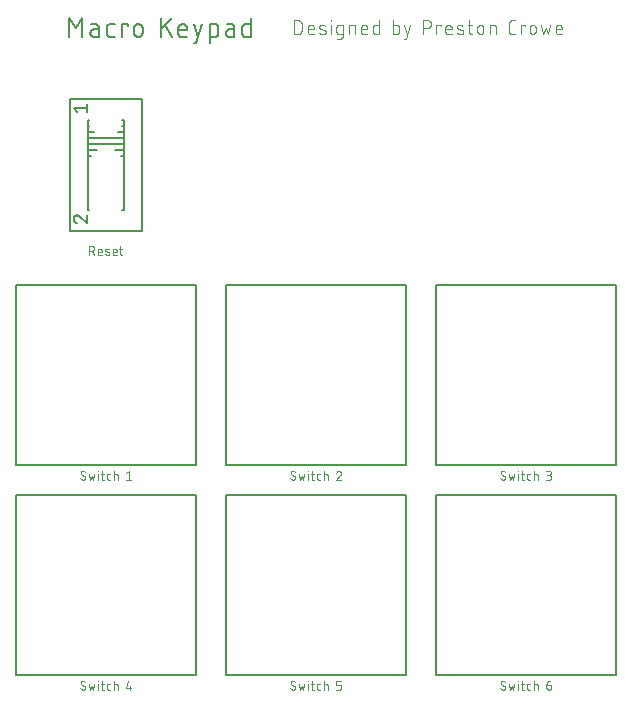
<source format=gbr>
G04 EAGLE Gerber RS-274X export*
G75*
%MOMM*%
%FSLAX34Y34*%
%LPD*%
%INSilkscreen Top*%
%IPPOS*%
%AMOC8*
5,1,8,0,0,1.08239X$1,22.5*%
G01*
%ADD10C,0.076200*%
%ADD11C,0.152400*%
%ADD12C,0.101600*%
%ADD13C,0.127000*%


D10*
X450924Y508381D02*
X451002Y508383D01*
X451080Y508388D01*
X451157Y508398D01*
X451234Y508411D01*
X451310Y508427D01*
X451385Y508447D01*
X451459Y508471D01*
X451532Y508498D01*
X451604Y508529D01*
X451674Y508563D01*
X451743Y508600D01*
X451809Y508641D01*
X451874Y508685D01*
X451936Y508731D01*
X451996Y508781D01*
X452054Y508833D01*
X452109Y508888D01*
X452161Y508946D01*
X452211Y509006D01*
X452257Y509068D01*
X452301Y509133D01*
X452342Y509200D01*
X452379Y509268D01*
X452413Y509338D01*
X452444Y509410D01*
X452471Y509483D01*
X452495Y509557D01*
X452515Y509632D01*
X452531Y509708D01*
X452544Y509785D01*
X452554Y509862D01*
X452559Y509940D01*
X452561Y510018D01*
X450924Y508381D02*
X450810Y508383D01*
X450697Y508388D01*
X450583Y508398D01*
X450470Y508411D01*
X450358Y508428D01*
X450246Y508448D01*
X450135Y508472D01*
X450024Y508500D01*
X449915Y508531D01*
X449807Y508566D01*
X449700Y508605D01*
X449594Y508647D01*
X449490Y508692D01*
X449387Y508741D01*
X449286Y508794D01*
X449187Y508849D01*
X449089Y508908D01*
X448994Y508970D01*
X448901Y509035D01*
X448809Y509103D01*
X448721Y509174D01*
X448634Y509248D01*
X448550Y509325D01*
X448469Y509404D01*
X448673Y514110D02*
X448675Y514188D01*
X448680Y514266D01*
X448690Y514343D01*
X448703Y514420D01*
X448719Y514496D01*
X448739Y514571D01*
X448763Y514645D01*
X448790Y514718D01*
X448821Y514790D01*
X448855Y514860D01*
X448892Y514929D01*
X448933Y514995D01*
X448977Y515060D01*
X449023Y515122D01*
X449073Y515182D01*
X449125Y515240D01*
X449180Y515295D01*
X449238Y515347D01*
X449298Y515397D01*
X449360Y515443D01*
X449425Y515487D01*
X449492Y515528D01*
X449560Y515565D01*
X449630Y515599D01*
X449702Y515630D01*
X449775Y515657D01*
X449849Y515681D01*
X449924Y515701D01*
X450000Y515717D01*
X450077Y515730D01*
X450154Y515740D01*
X450232Y515745D01*
X450310Y515747D01*
X450420Y515745D01*
X450529Y515739D01*
X450639Y515729D01*
X450747Y515716D01*
X450856Y515698D01*
X450963Y515677D01*
X451070Y515651D01*
X451176Y515622D01*
X451281Y515590D01*
X451384Y515553D01*
X451486Y515513D01*
X451587Y515469D01*
X451686Y515421D01*
X451783Y515371D01*
X451878Y515316D01*
X451971Y515258D01*
X452062Y515197D01*
X452151Y515133D01*
X449492Y512677D02*
X449425Y512719D01*
X449360Y512763D01*
X449298Y512811D01*
X449238Y512861D01*
X449180Y512914D01*
X449125Y512970D01*
X449073Y513029D01*
X449023Y513089D01*
X448976Y513153D01*
X448933Y513218D01*
X448892Y513285D01*
X448855Y513354D01*
X448821Y513425D01*
X448790Y513497D01*
X448763Y513571D01*
X448739Y513645D01*
X448719Y513721D01*
X448703Y513798D01*
X448690Y513875D01*
X448680Y513953D01*
X448675Y514032D01*
X448673Y514110D01*
X451743Y511450D02*
X451809Y511408D01*
X451874Y511364D01*
X451936Y511317D01*
X451996Y511266D01*
X452054Y511213D01*
X452109Y511157D01*
X452162Y511099D01*
X452211Y511038D01*
X452258Y510975D01*
X452301Y510910D01*
X452342Y510843D01*
X452379Y510774D01*
X452413Y510703D01*
X452444Y510631D01*
X452471Y510557D01*
X452495Y510482D01*
X452515Y510407D01*
X452531Y510330D01*
X452544Y510253D01*
X452554Y510175D01*
X452559Y510096D01*
X452561Y510018D01*
X451742Y511450D02*
X449492Y512678D01*
X455375Y513292D02*
X456602Y508381D01*
X457830Y511655D01*
X459058Y508381D01*
X460285Y513292D01*
X463194Y513292D02*
X463194Y508381D01*
X462990Y515338D02*
X462990Y515747D01*
X463399Y515747D01*
X463399Y515338D01*
X462990Y515338D01*
X465560Y513292D02*
X468015Y513292D01*
X466379Y515747D02*
X466379Y509609D01*
X466378Y509609D02*
X466380Y509540D01*
X466386Y509472D01*
X466395Y509403D01*
X466409Y509336D01*
X466426Y509269D01*
X466447Y509203D01*
X466471Y509139D01*
X466500Y509076D01*
X466531Y509015D01*
X466566Y508956D01*
X466604Y508898D01*
X466646Y508843D01*
X466690Y508791D01*
X466738Y508741D01*
X466788Y508693D01*
X466840Y508649D01*
X466895Y508607D01*
X466953Y508569D01*
X467012Y508534D01*
X467073Y508503D01*
X467136Y508474D01*
X467200Y508450D01*
X467266Y508429D01*
X467333Y508412D01*
X467400Y508398D01*
X467469Y508389D01*
X467537Y508383D01*
X467606Y508381D01*
X468015Y508381D01*
X472060Y508381D02*
X473697Y508381D01*
X472060Y508381D02*
X471991Y508383D01*
X471923Y508389D01*
X471854Y508398D01*
X471787Y508412D01*
X471720Y508429D01*
X471654Y508450D01*
X471590Y508474D01*
X471527Y508503D01*
X471466Y508534D01*
X471407Y508569D01*
X471349Y508607D01*
X471294Y508649D01*
X471242Y508693D01*
X471192Y508741D01*
X471144Y508791D01*
X471100Y508843D01*
X471058Y508898D01*
X471020Y508956D01*
X470985Y509015D01*
X470954Y509076D01*
X470925Y509139D01*
X470901Y509203D01*
X470880Y509269D01*
X470863Y509336D01*
X470849Y509403D01*
X470840Y509472D01*
X470834Y509540D01*
X470832Y509609D01*
X470833Y509609D02*
X470833Y512064D01*
X470832Y512064D02*
X470834Y512133D01*
X470840Y512201D01*
X470849Y512270D01*
X470863Y512337D01*
X470880Y512404D01*
X470901Y512470D01*
X470925Y512534D01*
X470954Y512597D01*
X470985Y512658D01*
X471020Y512717D01*
X471058Y512775D01*
X471100Y512830D01*
X471144Y512882D01*
X471192Y512932D01*
X471242Y512980D01*
X471294Y513024D01*
X471349Y513066D01*
X471407Y513104D01*
X471466Y513139D01*
X471527Y513170D01*
X471590Y513199D01*
X471654Y513223D01*
X471720Y513244D01*
X471787Y513261D01*
X471854Y513275D01*
X471923Y513284D01*
X471991Y513290D01*
X472060Y513292D01*
X473697Y513292D01*
X476676Y515747D02*
X476676Y508381D01*
X476676Y513292D02*
X478722Y513292D01*
X478791Y513290D01*
X478859Y513284D01*
X478928Y513275D01*
X478995Y513261D01*
X479062Y513244D01*
X479128Y513223D01*
X479192Y513199D01*
X479255Y513170D01*
X479316Y513139D01*
X479375Y513104D01*
X479433Y513066D01*
X479488Y513024D01*
X479540Y512980D01*
X479590Y512932D01*
X479638Y512882D01*
X479682Y512830D01*
X479724Y512775D01*
X479762Y512717D01*
X479797Y512658D01*
X479828Y512597D01*
X479857Y512534D01*
X479881Y512470D01*
X479902Y512404D01*
X479919Y512337D01*
X479933Y512270D01*
X479942Y512201D01*
X479948Y512133D01*
X479950Y512064D01*
X479949Y512064D02*
X479949Y508381D01*
X487239Y514110D02*
X489285Y515747D01*
X489285Y508381D01*
X487239Y508381D02*
X491331Y508381D01*
X628724Y508381D02*
X628802Y508383D01*
X628880Y508388D01*
X628957Y508398D01*
X629034Y508411D01*
X629110Y508427D01*
X629185Y508447D01*
X629259Y508471D01*
X629332Y508498D01*
X629404Y508529D01*
X629474Y508563D01*
X629543Y508600D01*
X629609Y508641D01*
X629674Y508685D01*
X629736Y508731D01*
X629796Y508781D01*
X629854Y508833D01*
X629909Y508888D01*
X629961Y508946D01*
X630011Y509006D01*
X630057Y509068D01*
X630101Y509133D01*
X630142Y509200D01*
X630179Y509268D01*
X630213Y509338D01*
X630244Y509410D01*
X630271Y509483D01*
X630295Y509557D01*
X630315Y509632D01*
X630331Y509708D01*
X630344Y509785D01*
X630354Y509862D01*
X630359Y509940D01*
X630361Y510018D01*
X628724Y508381D02*
X628610Y508383D01*
X628497Y508388D01*
X628383Y508398D01*
X628270Y508411D01*
X628158Y508428D01*
X628046Y508448D01*
X627935Y508472D01*
X627824Y508500D01*
X627715Y508531D01*
X627607Y508566D01*
X627500Y508605D01*
X627394Y508647D01*
X627290Y508692D01*
X627187Y508741D01*
X627086Y508794D01*
X626987Y508849D01*
X626889Y508908D01*
X626794Y508970D01*
X626701Y509035D01*
X626609Y509103D01*
X626521Y509174D01*
X626434Y509248D01*
X626350Y509325D01*
X626269Y509404D01*
X626473Y514110D02*
X626475Y514188D01*
X626480Y514266D01*
X626490Y514343D01*
X626503Y514420D01*
X626519Y514496D01*
X626539Y514571D01*
X626563Y514645D01*
X626590Y514718D01*
X626621Y514790D01*
X626655Y514860D01*
X626692Y514929D01*
X626733Y514995D01*
X626777Y515060D01*
X626823Y515122D01*
X626873Y515182D01*
X626925Y515240D01*
X626980Y515295D01*
X627038Y515347D01*
X627098Y515397D01*
X627160Y515443D01*
X627225Y515487D01*
X627292Y515528D01*
X627360Y515565D01*
X627430Y515599D01*
X627502Y515630D01*
X627575Y515657D01*
X627649Y515681D01*
X627724Y515701D01*
X627800Y515717D01*
X627877Y515730D01*
X627954Y515740D01*
X628032Y515745D01*
X628110Y515747D01*
X628220Y515745D01*
X628329Y515739D01*
X628439Y515729D01*
X628547Y515716D01*
X628656Y515698D01*
X628763Y515677D01*
X628870Y515651D01*
X628976Y515622D01*
X629081Y515590D01*
X629184Y515553D01*
X629286Y515513D01*
X629387Y515469D01*
X629486Y515421D01*
X629583Y515371D01*
X629678Y515316D01*
X629771Y515258D01*
X629862Y515197D01*
X629951Y515133D01*
X627292Y512677D02*
X627225Y512719D01*
X627160Y512763D01*
X627098Y512811D01*
X627038Y512861D01*
X626980Y512914D01*
X626925Y512970D01*
X626873Y513029D01*
X626823Y513089D01*
X626776Y513153D01*
X626733Y513218D01*
X626692Y513285D01*
X626655Y513354D01*
X626621Y513425D01*
X626590Y513497D01*
X626563Y513571D01*
X626539Y513645D01*
X626519Y513721D01*
X626503Y513798D01*
X626490Y513875D01*
X626480Y513953D01*
X626475Y514032D01*
X626473Y514110D01*
X629543Y511450D02*
X629609Y511408D01*
X629674Y511364D01*
X629736Y511317D01*
X629796Y511266D01*
X629854Y511213D01*
X629909Y511157D01*
X629962Y511099D01*
X630011Y511038D01*
X630058Y510975D01*
X630101Y510910D01*
X630142Y510843D01*
X630179Y510774D01*
X630213Y510703D01*
X630244Y510631D01*
X630271Y510557D01*
X630295Y510482D01*
X630315Y510407D01*
X630331Y510330D01*
X630344Y510253D01*
X630354Y510175D01*
X630359Y510096D01*
X630361Y510018D01*
X629542Y511450D02*
X627292Y512678D01*
X633175Y513292D02*
X634402Y508381D01*
X635630Y511655D01*
X636858Y508381D01*
X638085Y513292D01*
X640994Y513292D02*
X640994Y508381D01*
X640790Y515338D02*
X640790Y515747D01*
X641199Y515747D01*
X641199Y515338D01*
X640790Y515338D01*
X643360Y513292D02*
X645815Y513292D01*
X644179Y515747D02*
X644179Y509609D01*
X644178Y509609D02*
X644180Y509540D01*
X644186Y509472D01*
X644195Y509403D01*
X644209Y509336D01*
X644226Y509269D01*
X644247Y509203D01*
X644271Y509139D01*
X644300Y509076D01*
X644331Y509015D01*
X644366Y508956D01*
X644404Y508898D01*
X644446Y508843D01*
X644490Y508791D01*
X644538Y508741D01*
X644588Y508693D01*
X644640Y508649D01*
X644695Y508607D01*
X644753Y508569D01*
X644812Y508534D01*
X644873Y508503D01*
X644936Y508474D01*
X645000Y508450D01*
X645066Y508429D01*
X645133Y508412D01*
X645200Y508398D01*
X645269Y508389D01*
X645337Y508383D01*
X645406Y508381D01*
X645815Y508381D01*
X649860Y508381D02*
X651497Y508381D01*
X649860Y508381D02*
X649791Y508383D01*
X649723Y508389D01*
X649654Y508398D01*
X649587Y508412D01*
X649520Y508429D01*
X649454Y508450D01*
X649390Y508474D01*
X649327Y508503D01*
X649266Y508534D01*
X649207Y508569D01*
X649149Y508607D01*
X649094Y508649D01*
X649042Y508693D01*
X648992Y508741D01*
X648944Y508791D01*
X648900Y508843D01*
X648858Y508898D01*
X648820Y508956D01*
X648785Y509015D01*
X648754Y509076D01*
X648725Y509139D01*
X648701Y509203D01*
X648680Y509269D01*
X648663Y509336D01*
X648649Y509403D01*
X648640Y509472D01*
X648634Y509540D01*
X648632Y509609D01*
X648633Y509609D02*
X648633Y512064D01*
X648632Y512064D02*
X648634Y512133D01*
X648640Y512201D01*
X648649Y512270D01*
X648663Y512337D01*
X648680Y512404D01*
X648701Y512470D01*
X648725Y512534D01*
X648754Y512597D01*
X648785Y512658D01*
X648820Y512717D01*
X648858Y512775D01*
X648900Y512830D01*
X648944Y512882D01*
X648992Y512932D01*
X649042Y512980D01*
X649094Y513024D01*
X649149Y513066D01*
X649207Y513104D01*
X649266Y513139D01*
X649327Y513170D01*
X649390Y513199D01*
X649454Y513223D01*
X649520Y513244D01*
X649587Y513261D01*
X649654Y513275D01*
X649723Y513284D01*
X649791Y513290D01*
X649860Y513292D01*
X651497Y513292D01*
X654476Y515747D02*
X654476Y508381D01*
X654476Y513292D02*
X656522Y513292D01*
X656591Y513290D01*
X656659Y513284D01*
X656728Y513275D01*
X656795Y513261D01*
X656862Y513244D01*
X656928Y513223D01*
X656992Y513199D01*
X657055Y513170D01*
X657116Y513139D01*
X657175Y513104D01*
X657233Y513066D01*
X657288Y513024D01*
X657340Y512980D01*
X657390Y512932D01*
X657438Y512882D01*
X657482Y512830D01*
X657524Y512775D01*
X657562Y512717D01*
X657597Y512658D01*
X657628Y512597D01*
X657657Y512534D01*
X657681Y512470D01*
X657702Y512404D01*
X657719Y512337D01*
X657733Y512270D01*
X657742Y512201D01*
X657748Y512133D01*
X657750Y512064D01*
X657749Y512064D02*
X657749Y508381D01*
X667290Y515748D02*
X667375Y515746D01*
X667460Y515740D01*
X667544Y515730D01*
X667628Y515717D01*
X667712Y515699D01*
X667794Y515678D01*
X667875Y515653D01*
X667955Y515624D01*
X668034Y515591D01*
X668111Y515555D01*
X668186Y515515D01*
X668260Y515472D01*
X668331Y515426D01*
X668400Y515376D01*
X668467Y515323D01*
X668531Y515267D01*
X668592Y515208D01*
X668651Y515147D01*
X668707Y515083D01*
X668760Y515016D01*
X668810Y514947D01*
X668856Y514876D01*
X668899Y514802D01*
X668939Y514727D01*
X668975Y514650D01*
X669008Y514571D01*
X669037Y514491D01*
X669062Y514410D01*
X669083Y514328D01*
X669101Y514244D01*
X669114Y514160D01*
X669124Y514076D01*
X669130Y513991D01*
X669132Y513906D01*
X667290Y515747D02*
X667194Y515745D01*
X667098Y515739D01*
X667003Y515729D01*
X666908Y515716D01*
X666813Y515698D01*
X666720Y515677D01*
X666627Y515652D01*
X666536Y515623D01*
X666445Y515591D01*
X666356Y515555D01*
X666269Y515515D01*
X666183Y515472D01*
X666099Y515426D01*
X666017Y515376D01*
X665937Y515322D01*
X665860Y515266D01*
X665785Y515206D01*
X665712Y515144D01*
X665642Y515078D01*
X665574Y515010D01*
X665509Y514939D01*
X665448Y514866D01*
X665389Y514790D01*
X665333Y514711D01*
X665281Y514631D01*
X665232Y514548D01*
X665186Y514464D01*
X665144Y514378D01*
X665106Y514290D01*
X665071Y514201D01*
X665039Y514110D01*
X668517Y512474D02*
X668577Y512533D01*
X668634Y512595D01*
X668689Y512659D01*
X668740Y512726D01*
X668789Y512795D01*
X668835Y512865D01*
X668878Y512938D01*
X668918Y513012D01*
X668954Y513088D01*
X668987Y513166D01*
X669017Y513245D01*
X669044Y513325D01*
X669067Y513406D01*
X669086Y513488D01*
X669102Y513570D01*
X669115Y513654D01*
X669124Y513738D01*
X669129Y513822D01*
X669131Y513906D01*
X668517Y512473D02*
X665039Y508381D01*
X669131Y508381D01*
X806524Y508381D02*
X806602Y508383D01*
X806680Y508388D01*
X806757Y508398D01*
X806834Y508411D01*
X806910Y508427D01*
X806985Y508447D01*
X807059Y508471D01*
X807132Y508498D01*
X807204Y508529D01*
X807274Y508563D01*
X807343Y508600D01*
X807409Y508641D01*
X807474Y508685D01*
X807536Y508731D01*
X807596Y508781D01*
X807654Y508833D01*
X807709Y508888D01*
X807761Y508946D01*
X807811Y509006D01*
X807857Y509068D01*
X807901Y509133D01*
X807942Y509200D01*
X807979Y509268D01*
X808013Y509338D01*
X808044Y509410D01*
X808071Y509483D01*
X808095Y509557D01*
X808115Y509632D01*
X808131Y509708D01*
X808144Y509785D01*
X808154Y509862D01*
X808159Y509940D01*
X808161Y510018D01*
X806524Y508381D02*
X806410Y508383D01*
X806297Y508388D01*
X806183Y508398D01*
X806070Y508411D01*
X805958Y508428D01*
X805846Y508448D01*
X805735Y508472D01*
X805624Y508500D01*
X805515Y508531D01*
X805407Y508566D01*
X805300Y508605D01*
X805194Y508647D01*
X805090Y508692D01*
X804987Y508741D01*
X804886Y508794D01*
X804787Y508849D01*
X804689Y508908D01*
X804594Y508970D01*
X804501Y509035D01*
X804409Y509103D01*
X804321Y509174D01*
X804234Y509248D01*
X804150Y509325D01*
X804069Y509404D01*
X804273Y514110D02*
X804275Y514188D01*
X804280Y514266D01*
X804290Y514343D01*
X804303Y514420D01*
X804319Y514496D01*
X804339Y514571D01*
X804363Y514645D01*
X804390Y514718D01*
X804421Y514790D01*
X804455Y514860D01*
X804492Y514929D01*
X804533Y514995D01*
X804577Y515060D01*
X804623Y515122D01*
X804673Y515182D01*
X804725Y515240D01*
X804780Y515295D01*
X804838Y515347D01*
X804898Y515397D01*
X804960Y515443D01*
X805025Y515487D01*
X805092Y515528D01*
X805160Y515565D01*
X805230Y515599D01*
X805302Y515630D01*
X805375Y515657D01*
X805449Y515681D01*
X805524Y515701D01*
X805600Y515717D01*
X805677Y515730D01*
X805754Y515740D01*
X805832Y515745D01*
X805910Y515747D01*
X806020Y515745D01*
X806129Y515739D01*
X806239Y515729D01*
X806347Y515716D01*
X806456Y515698D01*
X806563Y515677D01*
X806670Y515651D01*
X806776Y515622D01*
X806881Y515590D01*
X806984Y515553D01*
X807086Y515513D01*
X807187Y515469D01*
X807286Y515421D01*
X807383Y515371D01*
X807478Y515316D01*
X807571Y515258D01*
X807662Y515197D01*
X807751Y515133D01*
X805092Y512677D02*
X805025Y512719D01*
X804960Y512763D01*
X804898Y512811D01*
X804838Y512861D01*
X804780Y512914D01*
X804725Y512970D01*
X804673Y513029D01*
X804623Y513089D01*
X804576Y513153D01*
X804533Y513218D01*
X804492Y513285D01*
X804455Y513354D01*
X804421Y513425D01*
X804390Y513497D01*
X804363Y513571D01*
X804339Y513645D01*
X804319Y513721D01*
X804303Y513798D01*
X804290Y513875D01*
X804280Y513953D01*
X804275Y514032D01*
X804273Y514110D01*
X807343Y511450D02*
X807409Y511408D01*
X807474Y511364D01*
X807536Y511317D01*
X807596Y511266D01*
X807654Y511213D01*
X807709Y511157D01*
X807762Y511099D01*
X807811Y511038D01*
X807858Y510975D01*
X807901Y510910D01*
X807942Y510843D01*
X807979Y510774D01*
X808013Y510703D01*
X808044Y510631D01*
X808071Y510557D01*
X808095Y510482D01*
X808115Y510407D01*
X808131Y510330D01*
X808144Y510253D01*
X808154Y510175D01*
X808159Y510096D01*
X808161Y510018D01*
X807342Y511450D02*
X805092Y512678D01*
X810975Y513292D02*
X812202Y508381D01*
X813430Y511655D01*
X814658Y508381D01*
X815885Y513292D01*
X818794Y513292D02*
X818794Y508381D01*
X818590Y515338D02*
X818590Y515747D01*
X818999Y515747D01*
X818999Y515338D01*
X818590Y515338D01*
X821160Y513292D02*
X823615Y513292D01*
X821979Y515747D02*
X821979Y509609D01*
X821978Y509609D02*
X821980Y509540D01*
X821986Y509472D01*
X821995Y509403D01*
X822009Y509336D01*
X822026Y509269D01*
X822047Y509203D01*
X822071Y509139D01*
X822100Y509076D01*
X822131Y509015D01*
X822166Y508956D01*
X822204Y508898D01*
X822246Y508843D01*
X822290Y508791D01*
X822338Y508741D01*
X822388Y508693D01*
X822440Y508649D01*
X822495Y508607D01*
X822553Y508569D01*
X822612Y508534D01*
X822673Y508503D01*
X822736Y508474D01*
X822800Y508450D01*
X822866Y508429D01*
X822933Y508412D01*
X823000Y508398D01*
X823069Y508389D01*
X823137Y508383D01*
X823206Y508381D01*
X823615Y508381D01*
X827660Y508381D02*
X829297Y508381D01*
X827660Y508381D02*
X827591Y508383D01*
X827523Y508389D01*
X827454Y508398D01*
X827387Y508412D01*
X827320Y508429D01*
X827254Y508450D01*
X827190Y508474D01*
X827127Y508503D01*
X827066Y508534D01*
X827007Y508569D01*
X826949Y508607D01*
X826894Y508649D01*
X826842Y508693D01*
X826792Y508741D01*
X826744Y508791D01*
X826700Y508843D01*
X826658Y508898D01*
X826620Y508956D01*
X826585Y509015D01*
X826554Y509076D01*
X826525Y509139D01*
X826501Y509203D01*
X826480Y509269D01*
X826463Y509336D01*
X826449Y509403D01*
X826440Y509472D01*
X826434Y509540D01*
X826432Y509609D01*
X826433Y509609D02*
X826433Y512064D01*
X826432Y512064D02*
X826434Y512133D01*
X826440Y512201D01*
X826449Y512270D01*
X826463Y512337D01*
X826480Y512404D01*
X826501Y512470D01*
X826525Y512534D01*
X826554Y512597D01*
X826585Y512658D01*
X826620Y512717D01*
X826658Y512775D01*
X826700Y512830D01*
X826744Y512882D01*
X826792Y512932D01*
X826842Y512980D01*
X826894Y513024D01*
X826949Y513066D01*
X827007Y513104D01*
X827066Y513139D01*
X827127Y513170D01*
X827190Y513199D01*
X827254Y513223D01*
X827320Y513244D01*
X827387Y513261D01*
X827454Y513275D01*
X827523Y513284D01*
X827591Y513290D01*
X827660Y513292D01*
X829297Y513292D01*
X832276Y515747D02*
X832276Y508381D01*
X832276Y513292D02*
X834322Y513292D01*
X834391Y513290D01*
X834459Y513284D01*
X834528Y513275D01*
X834595Y513261D01*
X834662Y513244D01*
X834728Y513223D01*
X834792Y513199D01*
X834855Y513170D01*
X834916Y513139D01*
X834975Y513104D01*
X835033Y513066D01*
X835088Y513024D01*
X835140Y512980D01*
X835190Y512932D01*
X835238Y512882D01*
X835282Y512830D01*
X835324Y512775D01*
X835362Y512717D01*
X835397Y512658D01*
X835428Y512597D01*
X835457Y512534D01*
X835481Y512470D01*
X835502Y512404D01*
X835519Y512337D01*
X835533Y512270D01*
X835542Y512201D01*
X835548Y512133D01*
X835550Y512064D01*
X835549Y512064D02*
X835549Y508381D01*
X842839Y508381D02*
X844885Y508381D01*
X844974Y508383D01*
X845063Y508389D01*
X845152Y508399D01*
X845240Y508412D01*
X845328Y508429D01*
X845415Y508451D01*
X845500Y508476D01*
X845585Y508504D01*
X845668Y508537D01*
X845750Y508573D01*
X845830Y508612D01*
X845908Y508655D01*
X845984Y508701D01*
X846059Y508751D01*
X846131Y508804D01*
X846200Y508860D01*
X846267Y508919D01*
X846332Y508980D01*
X846393Y509045D01*
X846452Y509112D01*
X846508Y509181D01*
X846561Y509253D01*
X846611Y509328D01*
X846657Y509404D01*
X846700Y509482D01*
X846739Y509562D01*
X846775Y509644D01*
X846808Y509727D01*
X846836Y509812D01*
X846861Y509897D01*
X846883Y509984D01*
X846900Y510072D01*
X846913Y510160D01*
X846923Y510249D01*
X846929Y510338D01*
X846931Y510427D01*
X846929Y510516D01*
X846923Y510605D01*
X846913Y510694D01*
X846900Y510782D01*
X846883Y510870D01*
X846861Y510957D01*
X846836Y511042D01*
X846808Y511127D01*
X846775Y511210D01*
X846739Y511292D01*
X846700Y511372D01*
X846657Y511450D01*
X846611Y511526D01*
X846561Y511601D01*
X846508Y511673D01*
X846452Y511742D01*
X846393Y511809D01*
X846332Y511874D01*
X846267Y511935D01*
X846200Y511994D01*
X846131Y512050D01*
X846059Y512103D01*
X845984Y512153D01*
X845908Y512199D01*
X845830Y512242D01*
X845750Y512281D01*
X845668Y512317D01*
X845585Y512350D01*
X845500Y512378D01*
X845415Y512403D01*
X845328Y512425D01*
X845240Y512442D01*
X845152Y512455D01*
X845063Y512465D01*
X844974Y512471D01*
X844885Y512473D01*
X845294Y515747D02*
X842839Y515747D01*
X845294Y515747D02*
X845373Y515745D01*
X845452Y515739D01*
X845531Y515730D01*
X845609Y515717D01*
X845686Y515699D01*
X845762Y515679D01*
X845837Y515654D01*
X845911Y515626D01*
X845984Y515595D01*
X846055Y515559D01*
X846124Y515521D01*
X846191Y515479D01*
X846256Y515434D01*
X846319Y515386D01*
X846380Y515335D01*
X846437Y515281D01*
X846493Y515225D01*
X846545Y515166D01*
X846595Y515104D01*
X846641Y515040D01*
X846685Y514974D01*
X846725Y514906D01*
X846761Y514836D01*
X846795Y514764D01*
X846825Y514690D01*
X846851Y514616D01*
X846874Y514540D01*
X846892Y514463D01*
X846908Y514386D01*
X846919Y514307D01*
X846927Y514229D01*
X846931Y514150D01*
X846931Y514070D01*
X846927Y513991D01*
X846919Y513913D01*
X846908Y513834D01*
X846892Y513757D01*
X846874Y513680D01*
X846851Y513604D01*
X846825Y513530D01*
X846795Y513456D01*
X846761Y513384D01*
X846725Y513314D01*
X846685Y513246D01*
X846641Y513180D01*
X846595Y513116D01*
X846545Y513054D01*
X846493Y512995D01*
X846437Y512939D01*
X846380Y512885D01*
X846319Y512834D01*
X846256Y512786D01*
X846191Y512741D01*
X846124Y512699D01*
X846055Y512661D01*
X845984Y512625D01*
X845911Y512594D01*
X845837Y512566D01*
X845762Y512541D01*
X845686Y512521D01*
X845609Y512503D01*
X845531Y512490D01*
X845452Y512481D01*
X845373Y512475D01*
X845294Y512473D01*
X843658Y512473D01*
X452561Y332218D02*
X452559Y332140D01*
X452554Y332062D01*
X452544Y331985D01*
X452531Y331908D01*
X452515Y331832D01*
X452495Y331757D01*
X452471Y331683D01*
X452444Y331610D01*
X452413Y331538D01*
X452379Y331468D01*
X452342Y331400D01*
X452301Y331333D01*
X452257Y331268D01*
X452211Y331206D01*
X452161Y331146D01*
X452109Y331088D01*
X452054Y331033D01*
X451996Y330981D01*
X451936Y330931D01*
X451874Y330885D01*
X451809Y330841D01*
X451743Y330800D01*
X451674Y330763D01*
X451604Y330729D01*
X451532Y330698D01*
X451459Y330671D01*
X451385Y330647D01*
X451310Y330627D01*
X451234Y330611D01*
X451157Y330598D01*
X451080Y330588D01*
X451002Y330583D01*
X450924Y330581D01*
X450810Y330583D01*
X450697Y330588D01*
X450583Y330598D01*
X450470Y330611D01*
X450358Y330628D01*
X450246Y330648D01*
X450135Y330672D01*
X450024Y330700D01*
X449915Y330731D01*
X449807Y330766D01*
X449700Y330805D01*
X449594Y330847D01*
X449490Y330892D01*
X449387Y330941D01*
X449286Y330994D01*
X449187Y331049D01*
X449089Y331108D01*
X448994Y331170D01*
X448901Y331235D01*
X448809Y331303D01*
X448721Y331374D01*
X448634Y331448D01*
X448550Y331525D01*
X448469Y331604D01*
X448673Y336310D02*
X448675Y336388D01*
X448680Y336466D01*
X448690Y336543D01*
X448703Y336620D01*
X448719Y336696D01*
X448739Y336771D01*
X448763Y336845D01*
X448790Y336918D01*
X448821Y336990D01*
X448855Y337060D01*
X448892Y337129D01*
X448933Y337195D01*
X448977Y337260D01*
X449023Y337322D01*
X449073Y337382D01*
X449125Y337440D01*
X449180Y337495D01*
X449238Y337547D01*
X449298Y337597D01*
X449360Y337643D01*
X449425Y337687D01*
X449492Y337728D01*
X449560Y337765D01*
X449630Y337799D01*
X449702Y337830D01*
X449775Y337857D01*
X449849Y337881D01*
X449924Y337901D01*
X450000Y337917D01*
X450077Y337930D01*
X450154Y337940D01*
X450232Y337945D01*
X450310Y337947D01*
X450420Y337945D01*
X450529Y337939D01*
X450639Y337929D01*
X450747Y337916D01*
X450856Y337898D01*
X450963Y337877D01*
X451070Y337851D01*
X451176Y337822D01*
X451281Y337790D01*
X451384Y337753D01*
X451486Y337713D01*
X451587Y337669D01*
X451686Y337621D01*
X451783Y337571D01*
X451878Y337516D01*
X451971Y337458D01*
X452062Y337397D01*
X452151Y337333D01*
X449492Y334877D02*
X449425Y334919D01*
X449360Y334963D01*
X449298Y335011D01*
X449238Y335061D01*
X449180Y335114D01*
X449125Y335170D01*
X449073Y335229D01*
X449023Y335289D01*
X448976Y335353D01*
X448933Y335418D01*
X448892Y335485D01*
X448855Y335554D01*
X448821Y335625D01*
X448790Y335697D01*
X448763Y335771D01*
X448739Y335845D01*
X448719Y335921D01*
X448703Y335998D01*
X448690Y336075D01*
X448680Y336153D01*
X448675Y336232D01*
X448673Y336310D01*
X451743Y333650D02*
X451809Y333608D01*
X451874Y333564D01*
X451936Y333517D01*
X451996Y333466D01*
X452054Y333413D01*
X452109Y333357D01*
X452162Y333299D01*
X452211Y333238D01*
X452258Y333175D01*
X452301Y333110D01*
X452342Y333043D01*
X452379Y332974D01*
X452413Y332903D01*
X452444Y332831D01*
X452471Y332757D01*
X452495Y332682D01*
X452515Y332607D01*
X452531Y332530D01*
X452544Y332453D01*
X452554Y332375D01*
X452559Y332296D01*
X452561Y332218D01*
X451742Y333650D02*
X449492Y334878D01*
X455375Y335492D02*
X456602Y330581D01*
X457830Y333855D01*
X459058Y330581D01*
X460285Y335492D01*
X463194Y335492D02*
X463194Y330581D01*
X462990Y337538D02*
X462990Y337947D01*
X463399Y337947D01*
X463399Y337538D01*
X462990Y337538D01*
X465560Y335492D02*
X468015Y335492D01*
X466379Y337947D02*
X466379Y331809D01*
X466378Y331809D02*
X466380Y331740D01*
X466386Y331672D01*
X466395Y331603D01*
X466409Y331536D01*
X466426Y331469D01*
X466447Y331403D01*
X466471Y331339D01*
X466500Y331276D01*
X466531Y331215D01*
X466566Y331156D01*
X466604Y331098D01*
X466646Y331043D01*
X466690Y330991D01*
X466738Y330941D01*
X466788Y330893D01*
X466840Y330849D01*
X466895Y330807D01*
X466953Y330769D01*
X467012Y330734D01*
X467073Y330703D01*
X467136Y330674D01*
X467200Y330650D01*
X467266Y330629D01*
X467333Y330612D01*
X467400Y330598D01*
X467469Y330589D01*
X467537Y330583D01*
X467606Y330581D01*
X468015Y330581D01*
X472060Y330581D02*
X473697Y330581D01*
X472060Y330581D02*
X471991Y330583D01*
X471923Y330589D01*
X471854Y330598D01*
X471787Y330612D01*
X471720Y330629D01*
X471654Y330650D01*
X471590Y330674D01*
X471527Y330703D01*
X471466Y330734D01*
X471407Y330769D01*
X471349Y330807D01*
X471294Y330849D01*
X471242Y330893D01*
X471192Y330941D01*
X471144Y330991D01*
X471100Y331043D01*
X471058Y331098D01*
X471020Y331156D01*
X470985Y331215D01*
X470954Y331276D01*
X470925Y331339D01*
X470901Y331403D01*
X470880Y331469D01*
X470863Y331536D01*
X470849Y331603D01*
X470840Y331672D01*
X470834Y331740D01*
X470832Y331809D01*
X470833Y331809D02*
X470833Y334264D01*
X470832Y334264D02*
X470834Y334333D01*
X470840Y334401D01*
X470849Y334470D01*
X470863Y334537D01*
X470880Y334604D01*
X470901Y334670D01*
X470925Y334734D01*
X470954Y334797D01*
X470985Y334858D01*
X471020Y334917D01*
X471058Y334975D01*
X471100Y335030D01*
X471144Y335082D01*
X471192Y335132D01*
X471242Y335180D01*
X471294Y335224D01*
X471349Y335266D01*
X471407Y335304D01*
X471466Y335339D01*
X471527Y335370D01*
X471590Y335399D01*
X471654Y335423D01*
X471720Y335444D01*
X471787Y335461D01*
X471854Y335475D01*
X471923Y335484D01*
X471991Y335490D01*
X472060Y335492D01*
X473697Y335492D01*
X476676Y337947D02*
X476676Y330581D01*
X476676Y335492D02*
X478722Y335492D01*
X478791Y335490D01*
X478859Y335484D01*
X478928Y335475D01*
X478995Y335461D01*
X479062Y335444D01*
X479128Y335423D01*
X479192Y335399D01*
X479255Y335370D01*
X479316Y335339D01*
X479375Y335304D01*
X479433Y335266D01*
X479488Y335224D01*
X479540Y335180D01*
X479590Y335132D01*
X479638Y335082D01*
X479682Y335030D01*
X479724Y334975D01*
X479762Y334917D01*
X479797Y334858D01*
X479828Y334797D01*
X479857Y334734D01*
X479881Y334670D01*
X479902Y334604D01*
X479919Y334537D01*
X479933Y334470D01*
X479942Y334401D01*
X479948Y334333D01*
X479950Y334264D01*
X479949Y334264D02*
X479949Y330581D01*
X487239Y332218D02*
X488876Y337947D01*
X487239Y332218D02*
X491331Y332218D01*
X490104Y333855D02*
X490104Y330581D01*
X628724Y330581D02*
X628802Y330583D01*
X628880Y330588D01*
X628957Y330598D01*
X629034Y330611D01*
X629110Y330627D01*
X629185Y330647D01*
X629259Y330671D01*
X629332Y330698D01*
X629404Y330729D01*
X629474Y330763D01*
X629543Y330800D01*
X629609Y330841D01*
X629674Y330885D01*
X629736Y330931D01*
X629796Y330981D01*
X629854Y331033D01*
X629909Y331088D01*
X629961Y331146D01*
X630011Y331206D01*
X630057Y331268D01*
X630101Y331333D01*
X630142Y331400D01*
X630179Y331468D01*
X630213Y331538D01*
X630244Y331610D01*
X630271Y331683D01*
X630295Y331757D01*
X630315Y331832D01*
X630331Y331908D01*
X630344Y331985D01*
X630354Y332062D01*
X630359Y332140D01*
X630361Y332218D01*
X628724Y330581D02*
X628610Y330583D01*
X628497Y330588D01*
X628383Y330598D01*
X628270Y330611D01*
X628158Y330628D01*
X628046Y330648D01*
X627935Y330672D01*
X627824Y330700D01*
X627715Y330731D01*
X627607Y330766D01*
X627500Y330805D01*
X627394Y330847D01*
X627290Y330892D01*
X627187Y330941D01*
X627086Y330994D01*
X626987Y331049D01*
X626889Y331108D01*
X626794Y331170D01*
X626701Y331235D01*
X626609Y331303D01*
X626521Y331374D01*
X626434Y331448D01*
X626350Y331525D01*
X626269Y331604D01*
X626473Y336310D02*
X626475Y336388D01*
X626480Y336466D01*
X626490Y336543D01*
X626503Y336620D01*
X626519Y336696D01*
X626539Y336771D01*
X626563Y336845D01*
X626590Y336918D01*
X626621Y336990D01*
X626655Y337060D01*
X626692Y337129D01*
X626733Y337195D01*
X626777Y337260D01*
X626823Y337322D01*
X626873Y337382D01*
X626925Y337440D01*
X626980Y337495D01*
X627038Y337547D01*
X627098Y337597D01*
X627160Y337643D01*
X627225Y337687D01*
X627292Y337728D01*
X627360Y337765D01*
X627430Y337799D01*
X627502Y337830D01*
X627575Y337857D01*
X627649Y337881D01*
X627724Y337901D01*
X627800Y337917D01*
X627877Y337930D01*
X627954Y337940D01*
X628032Y337945D01*
X628110Y337947D01*
X628220Y337945D01*
X628329Y337939D01*
X628439Y337929D01*
X628547Y337916D01*
X628656Y337898D01*
X628763Y337877D01*
X628870Y337851D01*
X628976Y337822D01*
X629081Y337790D01*
X629184Y337753D01*
X629286Y337713D01*
X629387Y337669D01*
X629486Y337621D01*
X629583Y337571D01*
X629678Y337516D01*
X629771Y337458D01*
X629862Y337397D01*
X629951Y337333D01*
X627292Y334877D02*
X627225Y334919D01*
X627160Y334963D01*
X627098Y335011D01*
X627038Y335061D01*
X626980Y335114D01*
X626925Y335170D01*
X626873Y335229D01*
X626823Y335289D01*
X626776Y335353D01*
X626733Y335418D01*
X626692Y335485D01*
X626655Y335554D01*
X626621Y335625D01*
X626590Y335697D01*
X626563Y335771D01*
X626539Y335845D01*
X626519Y335921D01*
X626503Y335998D01*
X626490Y336075D01*
X626480Y336153D01*
X626475Y336232D01*
X626473Y336310D01*
X629543Y333650D02*
X629609Y333608D01*
X629674Y333564D01*
X629736Y333517D01*
X629796Y333466D01*
X629854Y333413D01*
X629909Y333357D01*
X629962Y333299D01*
X630011Y333238D01*
X630058Y333175D01*
X630101Y333110D01*
X630142Y333043D01*
X630179Y332974D01*
X630213Y332903D01*
X630244Y332831D01*
X630271Y332757D01*
X630295Y332682D01*
X630315Y332607D01*
X630331Y332530D01*
X630344Y332453D01*
X630354Y332375D01*
X630359Y332296D01*
X630361Y332218D01*
X629542Y333650D02*
X627292Y334878D01*
X633175Y335492D02*
X634402Y330581D01*
X635630Y333855D01*
X636858Y330581D01*
X638085Y335492D01*
X640994Y335492D02*
X640994Y330581D01*
X640790Y337538D02*
X640790Y337947D01*
X641199Y337947D01*
X641199Y337538D01*
X640790Y337538D01*
X643360Y335492D02*
X645815Y335492D01*
X644179Y337947D02*
X644179Y331809D01*
X644178Y331809D02*
X644180Y331740D01*
X644186Y331672D01*
X644195Y331603D01*
X644209Y331536D01*
X644226Y331469D01*
X644247Y331403D01*
X644271Y331339D01*
X644300Y331276D01*
X644331Y331215D01*
X644366Y331156D01*
X644404Y331098D01*
X644446Y331043D01*
X644490Y330991D01*
X644538Y330941D01*
X644588Y330893D01*
X644640Y330849D01*
X644695Y330807D01*
X644753Y330769D01*
X644812Y330734D01*
X644873Y330703D01*
X644936Y330674D01*
X645000Y330650D01*
X645066Y330629D01*
X645133Y330612D01*
X645200Y330598D01*
X645269Y330589D01*
X645337Y330583D01*
X645406Y330581D01*
X645815Y330581D01*
X649860Y330581D02*
X651497Y330581D01*
X649860Y330581D02*
X649791Y330583D01*
X649723Y330589D01*
X649654Y330598D01*
X649587Y330612D01*
X649520Y330629D01*
X649454Y330650D01*
X649390Y330674D01*
X649327Y330703D01*
X649266Y330734D01*
X649207Y330769D01*
X649149Y330807D01*
X649094Y330849D01*
X649042Y330893D01*
X648992Y330941D01*
X648944Y330991D01*
X648900Y331043D01*
X648858Y331098D01*
X648820Y331156D01*
X648785Y331215D01*
X648754Y331276D01*
X648725Y331339D01*
X648701Y331403D01*
X648680Y331469D01*
X648663Y331536D01*
X648649Y331603D01*
X648640Y331672D01*
X648634Y331740D01*
X648632Y331809D01*
X648633Y331809D02*
X648633Y334264D01*
X648632Y334264D02*
X648634Y334333D01*
X648640Y334401D01*
X648649Y334470D01*
X648663Y334537D01*
X648680Y334604D01*
X648701Y334670D01*
X648725Y334734D01*
X648754Y334797D01*
X648785Y334858D01*
X648820Y334917D01*
X648858Y334975D01*
X648900Y335030D01*
X648944Y335082D01*
X648992Y335132D01*
X649042Y335180D01*
X649094Y335224D01*
X649149Y335266D01*
X649207Y335304D01*
X649266Y335339D01*
X649327Y335370D01*
X649390Y335399D01*
X649454Y335423D01*
X649520Y335444D01*
X649587Y335461D01*
X649654Y335475D01*
X649723Y335484D01*
X649791Y335490D01*
X649860Y335492D01*
X651497Y335492D01*
X654476Y337947D02*
X654476Y330581D01*
X654476Y335492D02*
X656522Y335492D01*
X656591Y335490D01*
X656659Y335484D01*
X656728Y335475D01*
X656795Y335461D01*
X656862Y335444D01*
X656928Y335423D01*
X656992Y335399D01*
X657055Y335370D01*
X657116Y335339D01*
X657175Y335304D01*
X657233Y335266D01*
X657288Y335224D01*
X657340Y335180D01*
X657390Y335132D01*
X657438Y335082D01*
X657482Y335030D01*
X657524Y334975D01*
X657562Y334917D01*
X657597Y334858D01*
X657628Y334797D01*
X657657Y334734D01*
X657681Y334670D01*
X657702Y334604D01*
X657719Y334537D01*
X657733Y334470D01*
X657742Y334401D01*
X657748Y334333D01*
X657750Y334264D01*
X657749Y334264D02*
X657749Y330581D01*
X665039Y330581D02*
X667494Y330581D01*
X667572Y330583D01*
X667650Y330588D01*
X667727Y330598D01*
X667804Y330611D01*
X667880Y330627D01*
X667955Y330647D01*
X668029Y330671D01*
X668102Y330698D01*
X668174Y330729D01*
X668244Y330763D01*
X668313Y330800D01*
X668379Y330841D01*
X668444Y330885D01*
X668506Y330931D01*
X668566Y330981D01*
X668624Y331033D01*
X668679Y331088D01*
X668731Y331146D01*
X668781Y331206D01*
X668827Y331268D01*
X668871Y331333D01*
X668912Y331400D01*
X668949Y331468D01*
X668983Y331538D01*
X669014Y331610D01*
X669041Y331683D01*
X669065Y331757D01*
X669085Y331832D01*
X669101Y331908D01*
X669114Y331985D01*
X669124Y332062D01*
X669129Y332140D01*
X669131Y332218D01*
X669131Y333036D01*
X669129Y333114D01*
X669124Y333192D01*
X669114Y333269D01*
X669101Y333346D01*
X669085Y333422D01*
X669065Y333497D01*
X669041Y333571D01*
X669014Y333644D01*
X668983Y333716D01*
X668949Y333786D01*
X668912Y333855D01*
X668871Y333921D01*
X668827Y333986D01*
X668781Y334048D01*
X668731Y334108D01*
X668679Y334166D01*
X668624Y334221D01*
X668566Y334273D01*
X668506Y334323D01*
X668444Y334369D01*
X668379Y334413D01*
X668313Y334454D01*
X668244Y334491D01*
X668174Y334525D01*
X668102Y334556D01*
X668029Y334583D01*
X667955Y334607D01*
X667880Y334627D01*
X667804Y334643D01*
X667727Y334656D01*
X667650Y334666D01*
X667572Y334671D01*
X667494Y334673D01*
X665039Y334673D01*
X665039Y337947D01*
X669131Y337947D01*
X806524Y330581D02*
X806602Y330583D01*
X806680Y330588D01*
X806757Y330598D01*
X806834Y330611D01*
X806910Y330627D01*
X806985Y330647D01*
X807059Y330671D01*
X807132Y330698D01*
X807204Y330729D01*
X807274Y330763D01*
X807343Y330800D01*
X807409Y330841D01*
X807474Y330885D01*
X807536Y330931D01*
X807596Y330981D01*
X807654Y331033D01*
X807709Y331088D01*
X807761Y331146D01*
X807811Y331206D01*
X807857Y331268D01*
X807901Y331333D01*
X807942Y331400D01*
X807979Y331468D01*
X808013Y331538D01*
X808044Y331610D01*
X808071Y331683D01*
X808095Y331757D01*
X808115Y331832D01*
X808131Y331908D01*
X808144Y331985D01*
X808154Y332062D01*
X808159Y332140D01*
X808161Y332218D01*
X806524Y330581D02*
X806410Y330583D01*
X806297Y330588D01*
X806183Y330598D01*
X806070Y330611D01*
X805958Y330628D01*
X805846Y330648D01*
X805735Y330672D01*
X805624Y330700D01*
X805515Y330731D01*
X805407Y330766D01*
X805300Y330805D01*
X805194Y330847D01*
X805090Y330892D01*
X804987Y330941D01*
X804886Y330994D01*
X804787Y331049D01*
X804689Y331108D01*
X804594Y331170D01*
X804501Y331235D01*
X804409Y331303D01*
X804321Y331374D01*
X804234Y331448D01*
X804150Y331525D01*
X804069Y331604D01*
X804273Y336310D02*
X804275Y336388D01*
X804280Y336466D01*
X804290Y336543D01*
X804303Y336620D01*
X804319Y336696D01*
X804339Y336771D01*
X804363Y336845D01*
X804390Y336918D01*
X804421Y336990D01*
X804455Y337060D01*
X804492Y337129D01*
X804533Y337195D01*
X804577Y337260D01*
X804623Y337322D01*
X804673Y337382D01*
X804725Y337440D01*
X804780Y337495D01*
X804838Y337547D01*
X804898Y337597D01*
X804960Y337643D01*
X805025Y337687D01*
X805092Y337728D01*
X805160Y337765D01*
X805230Y337799D01*
X805302Y337830D01*
X805375Y337857D01*
X805449Y337881D01*
X805524Y337901D01*
X805600Y337917D01*
X805677Y337930D01*
X805754Y337940D01*
X805832Y337945D01*
X805910Y337947D01*
X806020Y337945D01*
X806129Y337939D01*
X806239Y337929D01*
X806347Y337916D01*
X806456Y337898D01*
X806563Y337877D01*
X806670Y337851D01*
X806776Y337822D01*
X806881Y337790D01*
X806984Y337753D01*
X807086Y337713D01*
X807187Y337669D01*
X807286Y337621D01*
X807383Y337571D01*
X807478Y337516D01*
X807571Y337458D01*
X807662Y337397D01*
X807751Y337333D01*
X805092Y334877D02*
X805025Y334919D01*
X804960Y334963D01*
X804898Y335011D01*
X804838Y335061D01*
X804780Y335114D01*
X804725Y335170D01*
X804673Y335229D01*
X804623Y335289D01*
X804576Y335353D01*
X804533Y335418D01*
X804492Y335485D01*
X804455Y335554D01*
X804421Y335625D01*
X804390Y335697D01*
X804363Y335771D01*
X804339Y335845D01*
X804319Y335921D01*
X804303Y335998D01*
X804290Y336075D01*
X804280Y336153D01*
X804275Y336232D01*
X804273Y336310D01*
X807343Y333650D02*
X807409Y333608D01*
X807474Y333564D01*
X807536Y333517D01*
X807596Y333466D01*
X807654Y333413D01*
X807709Y333357D01*
X807762Y333299D01*
X807811Y333238D01*
X807858Y333175D01*
X807901Y333110D01*
X807942Y333043D01*
X807979Y332974D01*
X808013Y332903D01*
X808044Y332831D01*
X808071Y332757D01*
X808095Y332682D01*
X808115Y332607D01*
X808131Y332530D01*
X808144Y332453D01*
X808154Y332375D01*
X808159Y332296D01*
X808161Y332218D01*
X807342Y333650D02*
X805092Y334878D01*
X810975Y335492D02*
X812202Y330581D01*
X813430Y333855D01*
X814658Y330581D01*
X815885Y335492D01*
X818794Y335492D02*
X818794Y330581D01*
X818590Y337538D02*
X818590Y337947D01*
X818999Y337947D01*
X818999Y337538D01*
X818590Y337538D01*
X821160Y335492D02*
X823615Y335492D01*
X821979Y337947D02*
X821979Y331809D01*
X821978Y331809D02*
X821980Y331740D01*
X821986Y331672D01*
X821995Y331603D01*
X822009Y331536D01*
X822026Y331469D01*
X822047Y331403D01*
X822071Y331339D01*
X822100Y331276D01*
X822131Y331215D01*
X822166Y331156D01*
X822204Y331098D01*
X822246Y331043D01*
X822290Y330991D01*
X822338Y330941D01*
X822388Y330893D01*
X822440Y330849D01*
X822495Y330807D01*
X822553Y330769D01*
X822612Y330734D01*
X822673Y330703D01*
X822736Y330674D01*
X822800Y330650D01*
X822866Y330629D01*
X822933Y330612D01*
X823000Y330598D01*
X823069Y330589D01*
X823137Y330583D01*
X823206Y330581D01*
X823615Y330581D01*
X827660Y330581D02*
X829297Y330581D01*
X827660Y330581D02*
X827591Y330583D01*
X827523Y330589D01*
X827454Y330598D01*
X827387Y330612D01*
X827320Y330629D01*
X827254Y330650D01*
X827190Y330674D01*
X827127Y330703D01*
X827066Y330734D01*
X827007Y330769D01*
X826949Y330807D01*
X826894Y330849D01*
X826842Y330893D01*
X826792Y330941D01*
X826744Y330991D01*
X826700Y331043D01*
X826658Y331098D01*
X826620Y331156D01*
X826585Y331215D01*
X826554Y331276D01*
X826525Y331339D01*
X826501Y331403D01*
X826480Y331469D01*
X826463Y331536D01*
X826449Y331603D01*
X826440Y331672D01*
X826434Y331740D01*
X826432Y331809D01*
X826433Y331809D02*
X826433Y334264D01*
X826432Y334264D02*
X826434Y334333D01*
X826440Y334401D01*
X826449Y334470D01*
X826463Y334537D01*
X826480Y334604D01*
X826501Y334670D01*
X826525Y334734D01*
X826554Y334797D01*
X826585Y334858D01*
X826620Y334917D01*
X826658Y334975D01*
X826700Y335030D01*
X826744Y335082D01*
X826792Y335132D01*
X826842Y335180D01*
X826894Y335224D01*
X826949Y335266D01*
X827007Y335304D01*
X827066Y335339D01*
X827127Y335370D01*
X827190Y335399D01*
X827254Y335423D01*
X827320Y335444D01*
X827387Y335461D01*
X827454Y335475D01*
X827523Y335484D01*
X827591Y335490D01*
X827660Y335492D01*
X829297Y335492D01*
X832276Y337947D02*
X832276Y330581D01*
X832276Y335492D02*
X834322Y335492D01*
X834391Y335490D01*
X834459Y335484D01*
X834528Y335475D01*
X834595Y335461D01*
X834662Y335444D01*
X834728Y335423D01*
X834792Y335399D01*
X834855Y335370D01*
X834916Y335339D01*
X834975Y335304D01*
X835033Y335266D01*
X835088Y335224D01*
X835140Y335180D01*
X835190Y335132D01*
X835238Y335082D01*
X835282Y335030D01*
X835324Y334975D01*
X835362Y334917D01*
X835397Y334858D01*
X835428Y334797D01*
X835457Y334734D01*
X835481Y334670D01*
X835502Y334604D01*
X835519Y334537D01*
X835533Y334470D01*
X835542Y334401D01*
X835548Y334333D01*
X835550Y334264D01*
X835549Y334264D02*
X835549Y330581D01*
X842839Y334673D02*
X845294Y334673D01*
X845372Y334671D01*
X845450Y334666D01*
X845527Y334656D01*
X845604Y334643D01*
X845680Y334627D01*
X845755Y334607D01*
X845829Y334583D01*
X845902Y334556D01*
X845974Y334525D01*
X846044Y334491D01*
X846113Y334454D01*
X846179Y334413D01*
X846244Y334369D01*
X846306Y334323D01*
X846366Y334273D01*
X846424Y334221D01*
X846479Y334166D01*
X846531Y334108D01*
X846581Y334048D01*
X846627Y333986D01*
X846671Y333921D01*
X846712Y333855D01*
X846749Y333786D01*
X846783Y333716D01*
X846814Y333644D01*
X846841Y333571D01*
X846865Y333497D01*
X846885Y333422D01*
X846901Y333346D01*
X846914Y333269D01*
X846924Y333192D01*
X846929Y333114D01*
X846931Y333036D01*
X846931Y332627D01*
X846929Y332538D01*
X846923Y332449D01*
X846913Y332360D01*
X846900Y332272D01*
X846883Y332184D01*
X846861Y332097D01*
X846836Y332012D01*
X846808Y331927D01*
X846775Y331844D01*
X846739Y331762D01*
X846700Y331682D01*
X846657Y331604D01*
X846611Y331528D01*
X846561Y331453D01*
X846508Y331381D01*
X846452Y331312D01*
X846393Y331245D01*
X846332Y331180D01*
X846267Y331119D01*
X846200Y331060D01*
X846131Y331004D01*
X846059Y330951D01*
X845984Y330901D01*
X845908Y330855D01*
X845830Y330812D01*
X845750Y330773D01*
X845668Y330737D01*
X845585Y330704D01*
X845500Y330676D01*
X845415Y330651D01*
X845328Y330629D01*
X845240Y330612D01*
X845152Y330599D01*
X845063Y330589D01*
X844974Y330583D01*
X844885Y330581D01*
X844796Y330583D01*
X844707Y330589D01*
X844618Y330599D01*
X844530Y330612D01*
X844442Y330629D01*
X844355Y330651D01*
X844270Y330676D01*
X844185Y330704D01*
X844102Y330737D01*
X844020Y330773D01*
X843940Y330812D01*
X843862Y330855D01*
X843786Y330901D01*
X843711Y330951D01*
X843639Y331004D01*
X843570Y331060D01*
X843503Y331119D01*
X843438Y331180D01*
X843377Y331245D01*
X843318Y331312D01*
X843262Y331381D01*
X843209Y331453D01*
X843159Y331528D01*
X843113Y331604D01*
X843070Y331682D01*
X843031Y331762D01*
X842995Y331844D01*
X842962Y331927D01*
X842934Y332012D01*
X842909Y332097D01*
X842887Y332184D01*
X842870Y332272D01*
X842857Y332360D01*
X842847Y332449D01*
X842841Y332538D01*
X842839Y332627D01*
X842839Y334673D01*
X842841Y334787D01*
X842847Y334901D01*
X842857Y335015D01*
X842871Y335129D01*
X842889Y335242D01*
X842911Y335354D01*
X842936Y335465D01*
X842966Y335575D01*
X842999Y335685D01*
X843036Y335793D01*
X843077Y335899D01*
X843122Y336005D01*
X843170Y336108D01*
X843222Y336210D01*
X843278Y336310D01*
X843336Y336408D01*
X843399Y336504D01*
X843464Y336597D01*
X843533Y336689D01*
X843605Y336777D01*
X843680Y336864D01*
X843758Y336947D01*
X843839Y337028D01*
X843922Y337106D01*
X844009Y337181D01*
X844097Y337253D01*
X844189Y337322D01*
X844282Y337387D01*
X844378Y337449D01*
X844476Y337508D01*
X844576Y337564D01*
X844678Y337616D01*
X844781Y337664D01*
X844887Y337709D01*
X844993Y337750D01*
X845101Y337787D01*
X845211Y337820D01*
X845321Y337850D01*
X845432Y337875D01*
X845544Y337897D01*
X845657Y337915D01*
X845771Y337929D01*
X845885Y337939D01*
X845999Y337945D01*
X846113Y337947D01*
X455885Y698881D02*
X455885Y706247D01*
X457931Y706247D01*
X458020Y706245D01*
X458109Y706239D01*
X458198Y706229D01*
X458286Y706216D01*
X458374Y706199D01*
X458461Y706177D01*
X458546Y706152D01*
X458631Y706124D01*
X458714Y706091D01*
X458796Y706055D01*
X458876Y706016D01*
X458954Y705973D01*
X459030Y705927D01*
X459105Y705877D01*
X459177Y705824D01*
X459246Y705768D01*
X459313Y705709D01*
X459378Y705648D01*
X459439Y705583D01*
X459498Y705516D01*
X459554Y705447D01*
X459607Y705375D01*
X459657Y705300D01*
X459703Y705224D01*
X459746Y705146D01*
X459785Y705066D01*
X459821Y704984D01*
X459854Y704901D01*
X459882Y704816D01*
X459907Y704731D01*
X459929Y704644D01*
X459946Y704556D01*
X459959Y704468D01*
X459969Y704379D01*
X459975Y704290D01*
X459977Y704201D01*
X459975Y704112D01*
X459969Y704023D01*
X459959Y703934D01*
X459946Y703846D01*
X459929Y703758D01*
X459907Y703671D01*
X459882Y703586D01*
X459854Y703501D01*
X459821Y703418D01*
X459785Y703336D01*
X459746Y703256D01*
X459703Y703178D01*
X459657Y703102D01*
X459607Y703027D01*
X459554Y702955D01*
X459498Y702886D01*
X459439Y702819D01*
X459378Y702754D01*
X459313Y702693D01*
X459246Y702634D01*
X459177Y702578D01*
X459105Y702525D01*
X459030Y702475D01*
X458954Y702429D01*
X458876Y702386D01*
X458796Y702347D01*
X458714Y702311D01*
X458631Y702278D01*
X458546Y702250D01*
X458461Y702225D01*
X458374Y702203D01*
X458286Y702186D01*
X458198Y702173D01*
X458109Y702163D01*
X458020Y702157D01*
X457931Y702155D01*
X455885Y702155D01*
X458340Y702155D02*
X459977Y698881D01*
X464298Y698881D02*
X466344Y698881D01*
X464298Y698881D02*
X464229Y698883D01*
X464161Y698889D01*
X464092Y698898D01*
X464025Y698912D01*
X463958Y698929D01*
X463892Y698950D01*
X463828Y698974D01*
X463765Y699003D01*
X463704Y699034D01*
X463645Y699069D01*
X463587Y699107D01*
X463532Y699149D01*
X463480Y699193D01*
X463430Y699241D01*
X463382Y699291D01*
X463338Y699343D01*
X463296Y699398D01*
X463258Y699456D01*
X463223Y699515D01*
X463192Y699576D01*
X463163Y699639D01*
X463139Y699703D01*
X463118Y699769D01*
X463101Y699836D01*
X463087Y699903D01*
X463078Y699972D01*
X463072Y700040D01*
X463070Y700109D01*
X463071Y700109D02*
X463071Y702155D01*
X463070Y702155D02*
X463072Y702234D01*
X463078Y702313D01*
X463087Y702392D01*
X463100Y702470D01*
X463118Y702547D01*
X463138Y702623D01*
X463163Y702698D01*
X463191Y702772D01*
X463222Y702845D01*
X463258Y702916D01*
X463296Y702985D01*
X463338Y703052D01*
X463383Y703117D01*
X463431Y703180D01*
X463482Y703241D01*
X463536Y703298D01*
X463592Y703354D01*
X463651Y703406D01*
X463713Y703456D01*
X463777Y703502D01*
X463843Y703546D01*
X463911Y703586D01*
X463981Y703622D01*
X464053Y703656D01*
X464127Y703686D01*
X464201Y703712D01*
X464277Y703735D01*
X464354Y703753D01*
X464431Y703769D01*
X464510Y703780D01*
X464588Y703788D01*
X464667Y703792D01*
X464747Y703792D01*
X464826Y703788D01*
X464904Y703780D01*
X464983Y703769D01*
X465060Y703753D01*
X465137Y703735D01*
X465213Y703712D01*
X465287Y703686D01*
X465361Y703656D01*
X465433Y703622D01*
X465503Y703586D01*
X465571Y703546D01*
X465637Y703502D01*
X465701Y703456D01*
X465763Y703406D01*
X465822Y703354D01*
X465878Y703298D01*
X465932Y703241D01*
X465983Y703180D01*
X466031Y703117D01*
X466076Y703052D01*
X466118Y702985D01*
X466156Y702916D01*
X466192Y702845D01*
X466223Y702772D01*
X466251Y702698D01*
X466276Y702623D01*
X466296Y702547D01*
X466314Y702470D01*
X466327Y702392D01*
X466336Y702313D01*
X466342Y702234D01*
X466344Y702155D01*
X466344Y701336D01*
X463071Y701336D01*
X470024Y701746D02*
X472070Y700927D01*
X470024Y701746D02*
X469965Y701771D01*
X469908Y701800D01*
X469853Y701833D01*
X469800Y701869D01*
X469749Y701907D01*
X469701Y701949D01*
X469655Y701994D01*
X469612Y702041D01*
X469572Y702091D01*
X469535Y702143D01*
X469501Y702198D01*
X469470Y702254D01*
X469443Y702312D01*
X469420Y702372D01*
X469400Y702432D01*
X469384Y702494D01*
X469371Y702557D01*
X469363Y702621D01*
X469358Y702684D01*
X469357Y702748D01*
X469360Y702812D01*
X469367Y702876D01*
X469378Y702939D01*
X469392Y703001D01*
X469410Y703063D01*
X469432Y703123D01*
X469457Y703182D01*
X469486Y703239D01*
X469519Y703294D01*
X469554Y703347D01*
X469593Y703398D01*
X469635Y703447D01*
X469679Y703493D01*
X469727Y703536D01*
X469776Y703576D01*
X469829Y703613D01*
X469883Y703647D01*
X469939Y703678D01*
X469997Y703705D01*
X470056Y703729D01*
X470117Y703748D01*
X470179Y703765D01*
X470242Y703777D01*
X470305Y703786D01*
X470369Y703791D01*
X470433Y703792D01*
X470569Y703788D01*
X470704Y703780D01*
X470840Y703768D01*
X470974Y703752D01*
X471109Y703732D01*
X471242Y703709D01*
X471375Y703681D01*
X471507Y703650D01*
X471638Y703615D01*
X471768Y703576D01*
X471897Y703533D01*
X472024Y703486D01*
X472150Y703436D01*
X472275Y703382D01*
X472070Y700927D02*
X472129Y700902D01*
X472186Y700873D01*
X472241Y700840D01*
X472294Y700804D01*
X472345Y700766D01*
X472393Y700724D01*
X472439Y700679D01*
X472482Y700632D01*
X472522Y700582D01*
X472559Y700530D01*
X472593Y700475D01*
X472624Y700419D01*
X472651Y700361D01*
X472674Y700301D01*
X472694Y700241D01*
X472710Y700179D01*
X472723Y700116D01*
X472731Y700052D01*
X472736Y699989D01*
X472737Y699925D01*
X472734Y699861D01*
X472727Y699797D01*
X472716Y699734D01*
X472702Y699672D01*
X472684Y699610D01*
X472662Y699550D01*
X472637Y699491D01*
X472608Y699434D01*
X472575Y699379D01*
X472540Y699326D01*
X472501Y699275D01*
X472459Y699226D01*
X472415Y699180D01*
X472367Y699137D01*
X472318Y699097D01*
X472265Y699060D01*
X472211Y699026D01*
X472155Y698995D01*
X472097Y698968D01*
X472038Y698944D01*
X471977Y698925D01*
X471915Y698908D01*
X471852Y698896D01*
X471789Y698887D01*
X471725Y698882D01*
X471661Y698881D01*
X471497Y698885D01*
X471333Y698893D01*
X471169Y698905D01*
X471006Y698921D01*
X470843Y698941D01*
X470680Y698964D01*
X470519Y698992D01*
X470357Y699023D01*
X470197Y699058D01*
X470038Y699097D01*
X469879Y699140D01*
X469722Y699186D01*
X469565Y699236D01*
X469410Y699290D01*
X476978Y698881D02*
X479024Y698881D01*
X476978Y698881D02*
X476909Y698883D01*
X476841Y698889D01*
X476772Y698898D01*
X476705Y698912D01*
X476638Y698929D01*
X476572Y698950D01*
X476508Y698974D01*
X476445Y699003D01*
X476384Y699034D01*
X476325Y699069D01*
X476267Y699107D01*
X476212Y699149D01*
X476160Y699193D01*
X476110Y699241D01*
X476062Y699291D01*
X476018Y699343D01*
X475976Y699398D01*
X475938Y699456D01*
X475903Y699515D01*
X475872Y699576D01*
X475843Y699639D01*
X475819Y699703D01*
X475798Y699769D01*
X475781Y699836D01*
X475767Y699903D01*
X475758Y699972D01*
X475752Y700040D01*
X475750Y700109D01*
X475750Y702155D01*
X475752Y702234D01*
X475758Y702313D01*
X475767Y702392D01*
X475780Y702470D01*
X475798Y702547D01*
X475818Y702623D01*
X475843Y702698D01*
X475871Y702772D01*
X475902Y702845D01*
X475938Y702916D01*
X475976Y702985D01*
X476018Y703052D01*
X476063Y703117D01*
X476111Y703180D01*
X476162Y703241D01*
X476216Y703298D01*
X476272Y703354D01*
X476331Y703406D01*
X476393Y703456D01*
X476457Y703502D01*
X476523Y703546D01*
X476591Y703586D01*
X476661Y703622D01*
X476733Y703656D01*
X476807Y703686D01*
X476881Y703712D01*
X476957Y703735D01*
X477034Y703753D01*
X477111Y703769D01*
X477190Y703780D01*
X477268Y703788D01*
X477347Y703792D01*
X477427Y703792D01*
X477506Y703788D01*
X477584Y703780D01*
X477663Y703769D01*
X477740Y703753D01*
X477817Y703735D01*
X477893Y703712D01*
X477967Y703686D01*
X478041Y703656D01*
X478113Y703622D01*
X478183Y703586D01*
X478251Y703546D01*
X478317Y703502D01*
X478381Y703456D01*
X478443Y703406D01*
X478502Y703354D01*
X478558Y703298D01*
X478612Y703241D01*
X478663Y703180D01*
X478711Y703117D01*
X478756Y703052D01*
X478798Y702985D01*
X478836Y702916D01*
X478872Y702845D01*
X478903Y702772D01*
X478931Y702698D01*
X478956Y702623D01*
X478976Y702547D01*
X478994Y702470D01*
X479007Y702392D01*
X479016Y702313D01*
X479022Y702234D01*
X479024Y702155D01*
X479024Y701336D01*
X475750Y701336D01*
X481460Y703792D02*
X483915Y703792D01*
X482278Y706247D02*
X482278Y700109D01*
X482280Y700040D01*
X482286Y699972D01*
X482295Y699903D01*
X482309Y699836D01*
X482326Y699769D01*
X482347Y699703D01*
X482371Y699639D01*
X482400Y699576D01*
X482431Y699515D01*
X482466Y699456D01*
X482504Y699398D01*
X482546Y699343D01*
X482590Y699291D01*
X482638Y699241D01*
X482688Y699193D01*
X482740Y699149D01*
X482795Y699107D01*
X482853Y699069D01*
X482912Y699034D01*
X482973Y699003D01*
X483036Y698974D01*
X483100Y698950D01*
X483166Y698929D01*
X483233Y698912D01*
X483300Y698898D01*
X483369Y698889D01*
X483437Y698883D01*
X483506Y698881D01*
X483915Y698881D01*
D11*
X438912Y883412D02*
X438912Y899668D01*
X444331Y890637D01*
X449749Y899668D01*
X449749Y883412D01*
X459958Y889734D02*
X464022Y889734D01*
X459958Y889734D02*
X459846Y889732D01*
X459735Y889726D01*
X459624Y889716D01*
X459513Y889703D01*
X459403Y889685D01*
X459294Y889663D01*
X459185Y889638D01*
X459077Y889609D01*
X458971Y889576D01*
X458865Y889539D01*
X458761Y889499D01*
X458659Y889455D01*
X458558Y889407D01*
X458459Y889356D01*
X458361Y889301D01*
X458266Y889243D01*
X458173Y889182D01*
X458082Y889117D01*
X457993Y889049D01*
X457907Y888978D01*
X457824Y888905D01*
X457743Y888828D01*
X457664Y888748D01*
X457589Y888666D01*
X457517Y888581D01*
X457447Y888494D01*
X457381Y888404D01*
X457318Y888312D01*
X457258Y888217D01*
X457202Y888121D01*
X457149Y888023D01*
X457100Y887923D01*
X457054Y887821D01*
X457012Y887718D01*
X456973Y887613D01*
X456938Y887507D01*
X456907Y887400D01*
X456880Y887292D01*
X456856Y887183D01*
X456837Y887073D01*
X456821Y886963D01*
X456809Y886852D01*
X456801Y886740D01*
X456797Y886629D01*
X456797Y886517D01*
X456801Y886406D01*
X456809Y886294D01*
X456821Y886183D01*
X456837Y886073D01*
X456856Y885963D01*
X456880Y885854D01*
X456907Y885746D01*
X456938Y885639D01*
X456973Y885533D01*
X457012Y885428D01*
X457054Y885325D01*
X457100Y885223D01*
X457149Y885123D01*
X457202Y885025D01*
X457258Y884929D01*
X457318Y884834D01*
X457381Y884742D01*
X457447Y884652D01*
X457517Y884565D01*
X457589Y884480D01*
X457664Y884398D01*
X457743Y884318D01*
X457824Y884241D01*
X457907Y884168D01*
X457993Y884097D01*
X458082Y884029D01*
X458173Y883964D01*
X458266Y883903D01*
X458361Y883845D01*
X458459Y883790D01*
X458558Y883739D01*
X458659Y883691D01*
X458761Y883647D01*
X458865Y883607D01*
X458971Y883570D01*
X459077Y883537D01*
X459185Y883508D01*
X459294Y883483D01*
X459403Y883461D01*
X459513Y883443D01*
X459624Y883430D01*
X459735Y883420D01*
X459846Y883414D01*
X459958Y883412D01*
X464022Y883412D01*
X464022Y891540D01*
X464020Y891641D01*
X464014Y891742D01*
X464005Y891843D01*
X463992Y891944D01*
X463975Y892044D01*
X463954Y892143D01*
X463930Y892241D01*
X463902Y892338D01*
X463870Y892435D01*
X463835Y892530D01*
X463796Y892623D01*
X463754Y892715D01*
X463708Y892806D01*
X463659Y892895D01*
X463607Y892981D01*
X463551Y893066D01*
X463493Y893149D01*
X463431Y893229D01*
X463366Y893307D01*
X463299Y893383D01*
X463229Y893456D01*
X463156Y893526D01*
X463080Y893593D01*
X463002Y893658D01*
X462922Y893720D01*
X462839Y893778D01*
X462754Y893834D01*
X462668Y893886D01*
X462579Y893935D01*
X462488Y893981D01*
X462396Y894023D01*
X462303Y894062D01*
X462208Y894097D01*
X462111Y894129D01*
X462014Y894157D01*
X461916Y894181D01*
X461817Y894202D01*
X461717Y894219D01*
X461616Y894232D01*
X461515Y894241D01*
X461414Y894247D01*
X461313Y894249D01*
X457700Y894249D01*
X473666Y883412D02*
X477278Y883412D01*
X473666Y883412D02*
X473565Y883414D01*
X473464Y883420D01*
X473363Y883429D01*
X473262Y883442D01*
X473162Y883459D01*
X473063Y883480D01*
X472965Y883504D01*
X472868Y883532D01*
X472771Y883564D01*
X472676Y883599D01*
X472583Y883638D01*
X472491Y883680D01*
X472400Y883726D01*
X472312Y883775D01*
X472225Y883827D01*
X472140Y883883D01*
X472057Y883941D01*
X471977Y884003D01*
X471899Y884068D01*
X471823Y884135D01*
X471750Y884205D01*
X471680Y884278D01*
X471613Y884354D01*
X471548Y884432D01*
X471486Y884512D01*
X471428Y884595D01*
X471372Y884680D01*
X471320Y884767D01*
X471271Y884855D01*
X471225Y884946D01*
X471183Y885038D01*
X471144Y885131D01*
X471109Y885226D01*
X471077Y885323D01*
X471049Y885420D01*
X471025Y885518D01*
X471004Y885617D01*
X470987Y885717D01*
X470974Y885818D01*
X470965Y885919D01*
X470959Y886020D01*
X470957Y886121D01*
X470956Y886121D02*
X470956Y891540D01*
X470957Y891540D02*
X470959Y891641D01*
X470965Y891742D01*
X470974Y891843D01*
X470987Y891944D01*
X471004Y892044D01*
X471025Y892143D01*
X471049Y892241D01*
X471077Y892338D01*
X471109Y892435D01*
X471144Y892530D01*
X471183Y892623D01*
X471225Y892715D01*
X471271Y892806D01*
X471320Y892895D01*
X471372Y892981D01*
X471428Y893066D01*
X471486Y893149D01*
X471548Y893229D01*
X471613Y893307D01*
X471680Y893383D01*
X471750Y893456D01*
X471823Y893526D01*
X471899Y893593D01*
X471977Y893658D01*
X472057Y893720D01*
X472140Y893778D01*
X472225Y893834D01*
X472312Y893886D01*
X472400Y893935D01*
X472491Y893981D01*
X472583Y894023D01*
X472676Y894062D01*
X472771Y894097D01*
X472868Y894129D01*
X472965Y894157D01*
X473063Y894181D01*
X473162Y894202D01*
X473262Y894219D01*
X473363Y894232D01*
X473464Y894241D01*
X473565Y894247D01*
X473666Y894249D01*
X477278Y894249D01*
X483528Y894249D02*
X483528Y883412D01*
X483528Y894249D02*
X488947Y894249D01*
X488947Y892443D01*
X493864Y890637D02*
X493864Y887024D01*
X493865Y890637D02*
X493867Y890756D01*
X493873Y890876D01*
X493883Y890995D01*
X493897Y891113D01*
X493914Y891232D01*
X493936Y891349D01*
X493961Y891466D01*
X493991Y891581D01*
X494024Y891696D01*
X494061Y891810D01*
X494101Y891922D01*
X494146Y892033D01*
X494194Y892142D01*
X494245Y892250D01*
X494300Y892356D01*
X494359Y892460D01*
X494421Y892562D01*
X494486Y892662D01*
X494555Y892760D01*
X494627Y892856D01*
X494702Y892949D01*
X494779Y893039D01*
X494860Y893127D01*
X494944Y893212D01*
X495031Y893294D01*
X495120Y893374D01*
X495212Y893450D01*
X495306Y893524D01*
X495403Y893594D01*
X495501Y893661D01*
X495602Y893725D01*
X495706Y893785D01*
X495811Y893842D01*
X495918Y893895D01*
X496026Y893945D01*
X496136Y893991D01*
X496248Y894033D01*
X496361Y894072D01*
X496475Y894107D01*
X496590Y894138D01*
X496707Y894166D01*
X496824Y894189D01*
X496941Y894209D01*
X497060Y894225D01*
X497179Y894237D01*
X497298Y894245D01*
X497417Y894249D01*
X497537Y894249D01*
X497656Y894245D01*
X497775Y894237D01*
X497894Y894225D01*
X498013Y894209D01*
X498130Y894189D01*
X498247Y894166D01*
X498364Y894138D01*
X498479Y894107D01*
X498593Y894072D01*
X498706Y894033D01*
X498818Y893991D01*
X498928Y893945D01*
X499036Y893895D01*
X499143Y893842D01*
X499248Y893785D01*
X499352Y893725D01*
X499453Y893661D01*
X499551Y893594D01*
X499648Y893524D01*
X499742Y893450D01*
X499834Y893374D01*
X499923Y893294D01*
X500010Y893212D01*
X500094Y893127D01*
X500175Y893039D01*
X500252Y892949D01*
X500327Y892856D01*
X500399Y892760D01*
X500468Y892662D01*
X500533Y892562D01*
X500595Y892460D01*
X500654Y892356D01*
X500709Y892250D01*
X500760Y892142D01*
X500808Y892033D01*
X500853Y891922D01*
X500893Y891810D01*
X500930Y891696D01*
X500963Y891581D01*
X500993Y891466D01*
X501018Y891349D01*
X501040Y891232D01*
X501057Y891113D01*
X501071Y890995D01*
X501081Y890876D01*
X501087Y890756D01*
X501089Y890637D01*
X501089Y887024D01*
X501087Y886905D01*
X501081Y886785D01*
X501071Y886666D01*
X501057Y886548D01*
X501040Y886429D01*
X501018Y886312D01*
X500993Y886195D01*
X500963Y886080D01*
X500930Y885965D01*
X500893Y885851D01*
X500853Y885739D01*
X500808Y885628D01*
X500760Y885519D01*
X500709Y885411D01*
X500654Y885305D01*
X500595Y885201D01*
X500533Y885099D01*
X500468Y884999D01*
X500399Y884901D01*
X500327Y884805D01*
X500252Y884712D01*
X500175Y884622D01*
X500094Y884534D01*
X500010Y884449D01*
X499923Y884367D01*
X499834Y884287D01*
X499742Y884211D01*
X499648Y884137D01*
X499551Y884067D01*
X499453Y884000D01*
X499352Y883936D01*
X499248Y883876D01*
X499143Y883819D01*
X499036Y883766D01*
X498928Y883716D01*
X498818Y883670D01*
X498706Y883628D01*
X498593Y883589D01*
X498479Y883554D01*
X498364Y883523D01*
X498247Y883495D01*
X498130Y883472D01*
X498013Y883452D01*
X497894Y883436D01*
X497775Y883424D01*
X497656Y883416D01*
X497537Y883412D01*
X497417Y883412D01*
X497298Y883416D01*
X497179Y883424D01*
X497060Y883436D01*
X496941Y883452D01*
X496824Y883472D01*
X496707Y883495D01*
X496590Y883523D01*
X496475Y883554D01*
X496361Y883589D01*
X496248Y883628D01*
X496136Y883670D01*
X496026Y883716D01*
X495918Y883766D01*
X495811Y883819D01*
X495706Y883876D01*
X495602Y883936D01*
X495501Y884000D01*
X495403Y884067D01*
X495306Y884137D01*
X495212Y884211D01*
X495120Y884287D01*
X495031Y884367D01*
X494944Y884449D01*
X494860Y884534D01*
X494779Y884622D01*
X494702Y884712D01*
X494627Y884805D01*
X494555Y884901D01*
X494486Y884999D01*
X494421Y885099D01*
X494359Y885201D01*
X494300Y885305D01*
X494245Y885411D01*
X494194Y885519D01*
X494146Y885628D01*
X494101Y885739D01*
X494061Y885851D01*
X494024Y885965D01*
X493991Y886080D01*
X493961Y886195D01*
X493936Y886312D01*
X493914Y886429D01*
X493897Y886548D01*
X493883Y886666D01*
X493873Y886785D01*
X493867Y886905D01*
X493865Y887024D01*
X516619Y883412D02*
X516619Y899668D01*
X525650Y899668D02*
X516619Y889734D01*
X520232Y893346D02*
X525650Y883412D01*
X534089Y883412D02*
X538604Y883412D01*
X534089Y883412D02*
X533988Y883414D01*
X533887Y883420D01*
X533786Y883429D01*
X533685Y883442D01*
X533585Y883459D01*
X533486Y883480D01*
X533388Y883504D01*
X533291Y883532D01*
X533194Y883564D01*
X533099Y883599D01*
X533006Y883638D01*
X532914Y883680D01*
X532823Y883726D01*
X532735Y883775D01*
X532648Y883827D01*
X532563Y883883D01*
X532480Y883941D01*
X532400Y884003D01*
X532322Y884068D01*
X532246Y884135D01*
X532173Y884205D01*
X532103Y884278D01*
X532036Y884354D01*
X531971Y884432D01*
X531909Y884512D01*
X531851Y884595D01*
X531795Y884680D01*
X531743Y884767D01*
X531694Y884855D01*
X531648Y884946D01*
X531606Y885038D01*
X531567Y885131D01*
X531532Y885226D01*
X531500Y885323D01*
X531472Y885420D01*
X531448Y885518D01*
X531427Y885617D01*
X531410Y885717D01*
X531397Y885818D01*
X531388Y885919D01*
X531382Y886020D01*
X531380Y886121D01*
X531379Y886121D02*
X531379Y890637D01*
X531380Y890637D02*
X531382Y890756D01*
X531388Y890876D01*
X531398Y890995D01*
X531412Y891113D01*
X531429Y891232D01*
X531451Y891349D01*
X531476Y891466D01*
X531506Y891581D01*
X531539Y891696D01*
X531576Y891810D01*
X531616Y891922D01*
X531661Y892033D01*
X531709Y892142D01*
X531760Y892250D01*
X531815Y892356D01*
X531874Y892460D01*
X531936Y892562D01*
X532001Y892662D01*
X532070Y892760D01*
X532142Y892856D01*
X532217Y892949D01*
X532294Y893039D01*
X532375Y893127D01*
X532459Y893212D01*
X532546Y893294D01*
X532635Y893374D01*
X532727Y893450D01*
X532821Y893524D01*
X532918Y893594D01*
X533016Y893661D01*
X533117Y893725D01*
X533221Y893785D01*
X533326Y893842D01*
X533433Y893895D01*
X533541Y893945D01*
X533651Y893991D01*
X533763Y894033D01*
X533876Y894072D01*
X533990Y894107D01*
X534105Y894138D01*
X534222Y894166D01*
X534339Y894189D01*
X534456Y894209D01*
X534575Y894225D01*
X534694Y894237D01*
X534813Y894245D01*
X534932Y894249D01*
X535052Y894249D01*
X535171Y894245D01*
X535290Y894237D01*
X535409Y894225D01*
X535528Y894209D01*
X535645Y894189D01*
X535762Y894166D01*
X535879Y894138D01*
X535994Y894107D01*
X536108Y894072D01*
X536221Y894033D01*
X536333Y893991D01*
X536443Y893945D01*
X536551Y893895D01*
X536658Y893842D01*
X536763Y893785D01*
X536867Y893725D01*
X536968Y893661D01*
X537066Y893594D01*
X537163Y893524D01*
X537257Y893450D01*
X537349Y893374D01*
X537438Y893294D01*
X537525Y893212D01*
X537609Y893127D01*
X537690Y893039D01*
X537767Y892949D01*
X537842Y892856D01*
X537914Y892760D01*
X537983Y892662D01*
X538048Y892562D01*
X538110Y892460D01*
X538169Y892356D01*
X538224Y892250D01*
X538275Y892142D01*
X538323Y892033D01*
X538368Y891922D01*
X538408Y891810D01*
X538445Y891696D01*
X538478Y891581D01*
X538508Y891466D01*
X538533Y891349D01*
X538555Y891232D01*
X538572Y891113D01*
X538586Y890995D01*
X538596Y890876D01*
X538602Y890756D01*
X538604Y890637D01*
X538604Y888831D01*
X531379Y888831D01*
X544405Y877993D02*
X546212Y877993D01*
X551630Y894249D01*
X544405Y894249D02*
X548018Y883412D01*
X558026Y877993D02*
X558026Y894249D01*
X562541Y894249D01*
X562645Y894247D01*
X562748Y894241D01*
X562852Y894231D01*
X562955Y894217D01*
X563057Y894199D01*
X563158Y894178D01*
X563259Y894152D01*
X563358Y894123D01*
X563457Y894090D01*
X563554Y894053D01*
X563649Y894012D01*
X563743Y893968D01*
X563835Y893920D01*
X563925Y893869D01*
X564014Y893814D01*
X564100Y893756D01*
X564183Y893694D01*
X564265Y893630D01*
X564343Y893562D01*
X564419Y893492D01*
X564493Y893419D01*
X564563Y893342D01*
X564631Y893264D01*
X564695Y893182D01*
X564757Y893099D01*
X564815Y893013D01*
X564870Y892924D01*
X564921Y892834D01*
X564969Y892742D01*
X565013Y892648D01*
X565054Y892553D01*
X565091Y892456D01*
X565124Y892357D01*
X565153Y892258D01*
X565179Y892157D01*
X565200Y892056D01*
X565218Y891954D01*
X565232Y891851D01*
X565242Y891747D01*
X565248Y891644D01*
X565250Y891540D01*
X565251Y891540D02*
X565251Y886121D01*
X565250Y886121D02*
X565248Y886020D01*
X565242Y885919D01*
X565233Y885818D01*
X565220Y885717D01*
X565203Y885617D01*
X565182Y885518D01*
X565158Y885420D01*
X565130Y885323D01*
X565098Y885226D01*
X565063Y885131D01*
X565024Y885038D01*
X564982Y884946D01*
X564936Y884855D01*
X564887Y884767D01*
X564835Y884680D01*
X564779Y884595D01*
X564721Y884512D01*
X564659Y884432D01*
X564594Y884354D01*
X564527Y884278D01*
X564457Y884205D01*
X564384Y884135D01*
X564308Y884068D01*
X564230Y884003D01*
X564150Y883941D01*
X564067Y883883D01*
X563982Y883827D01*
X563896Y883775D01*
X563807Y883726D01*
X563716Y883680D01*
X563624Y883638D01*
X563531Y883599D01*
X563436Y883564D01*
X563339Y883532D01*
X563242Y883504D01*
X563144Y883480D01*
X563045Y883459D01*
X562945Y883442D01*
X562844Y883429D01*
X562743Y883420D01*
X562642Y883414D01*
X562541Y883412D01*
X558026Y883412D01*
X574587Y889734D02*
X578651Y889734D01*
X574587Y889734D02*
X574475Y889732D01*
X574364Y889726D01*
X574253Y889716D01*
X574142Y889703D01*
X574032Y889685D01*
X573923Y889663D01*
X573814Y889638D01*
X573706Y889609D01*
X573600Y889576D01*
X573494Y889539D01*
X573390Y889499D01*
X573288Y889455D01*
X573187Y889407D01*
X573088Y889356D01*
X572990Y889301D01*
X572895Y889243D01*
X572802Y889182D01*
X572711Y889117D01*
X572622Y889049D01*
X572536Y888978D01*
X572453Y888905D01*
X572372Y888828D01*
X572293Y888748D01*
X572218Y888666D01*
X572146Y888581D01*
X572076Y888494D01*
X572010Y888404D01*
X571947Y888312D01*
X571887Y888217D01*
X571831Y888121D01*
X571778Y888023D01*
X571729Y887923D01*
X571683Y887821D01*
X571641Y887718D01*
X571602Y887613D01*
X571567Y887507D01*
X571536Y887400D01*
X571509Y887292D01*
X571485Y887183D01*
X571466Y887073D01*
X571450Y886963D01*
X571438Y886852D01*
X571430Y886740D01*
X571426Y886629D01*
X571426Y886517D01*
X571430Y886406D01*
X571438Y886294D01*
X571450Y886183D01*
X571466Y886073D01*
X571485Y885963D01*
X571509Y885854D01*
X571536Y885746D01*
X571567Y885639D01*
X571602Y885533D01*
X571641Y885428D01*
X571683Y885325D01*
X571729Y885223D01*
X571778Y885123D01*
X571831Y885025D01*
X571887Y884929D01*
X571947Y884834D01*
X572010Y884742D01*
X572076Y884652D01*
X572146Y884565D01*
X572218Y884480D01*
X572293Y884398D01*
X572372Y884318D01*
X572453Y884241D01*
X572536Y884168D01*
X572622Y884097D01*
X572711Y884029D01*
X572802Y883964D01*
X572895Y883903D01*
X572990Y883845D01*
X573088Y883790D01*
X573187Y883739D01*
X573288Y883691D01*
X573390Y883647D01*
X573494Y883607D01*
X573600Y883570D01*
X573706Y883537D01*
X573814Y883508D01*
X573923Y883483D01*
X574032Y883461D01*
X574142Y883443D01*
X574253Y883430D01*
X574364Y883420D01*
X574475Y883414D01*
X574587Y883412D01*
X578651Y883412D01*
X578651Y891540D01*
X578649Y891641D01*
X578643Y891742D01*
X578634Y891843D01*
X578621Y891944D01*
X578604Y892044D01*
X578583Y892143D01*
X578559Y892241D01*
X578531Y892338D01*
X578499Y892435D01*
X578464Y892530D01*
X578425Y892623D01*
X578383Y892715D01*
X578337Y892806D01*
X578288Y892895D01*
X578236Y892981D01*
X578180Y893066D01*
X578122Y893149D01*
X578060Y893229D01*
X577995Y893307D01*
X577928Y893383D01*
X577858Y893456D01*
X577785Y893526D01*
X577709Y893593D01*
X577631Y893658D01*
X577551Y893720D01*
X577468Y893778D01*
X577383Y893834D01*
X577297Y893886D01*
X577208Y893935D01*
X577117Y893981D01*
X577025Y894023D01*
X576932Y894062D01*
X576837Y894097D01*
X576740Y894129D01*
X576643Y894157D01*
X576545Y894181D01*
X576446Y894202D01*
X576346Y894219D01*
X576245Y894232D01*
X576144Y894241D01*
X576043Y894247D01*
X575942Y894249D01*
X572329Y894249D01*
X592719Y899668D02*
X592719Y883412D01*
X588204Y883412D01*
X588103Y883414D01*
X588002Y883420D01*
X587901Y883429D01*
X587800Y883442D01*
X587700Y883459D01*
X587601Y883480D01*
X587503Y883504D01*
X587406Y883532D01*
X587309Y883564D01*
X587214Y883599D01*
X587121Y883638D01*
X587029Y883680D01*
X586938Y883726D01*
X586850Y883775D01*
X586763Y883827D01*
X586678Y883883D01*
X586595Y883941D01*
X586515Y884003D01*
X586437Y884068D01*
X586361Y884135D01*
X586288Y884205D01*
X586218Y884278D01*
X586151Y884354D01*
X586086Y884432D01*
X586024Y884512D01*
X585966Y884595D01*
X585910Y884680D01*
X585858Y884767D01*
X585809Y884855D01*
X585763Y884946D01*
X585721Y885038D01*
X585682Y885131D01*
X585647Y885226D01*
X585615Y885323D01*
X585587Y885420D01*
X585563Y885518D01*
X585542Y885617D01*
X585525Y885717D01*
X585512Y885818D01*
X585503Y885919D01*
X585497Y886020D01*
X585495Y886121D01*
X585494Y886121D02*
X585494Y891540D01*
X585495Y891540D02*
X585497Y891641D01*
X585503Y891742D01*
X585512Y891843D01*
X585525Y891944D01*
X585542Y892044D01*
X585563Y892143D01*
X585587Y892241D01*
X585615Y892338D01*
X585647Y892435D01*
X585682Y892530D01*
X585721Y892623D01*
X585763Y892715D01*
X585809Y892806D01*
X585858Y892895D01*
X585910Y892981D01*
X585966Y893066D01*
X586024Y893149D01*
X586086Y893229D01*
X586151Y893307D01*
X586218Y893383D01*
X586288Y893456D01*
X586361Y893526D01*
X586437Y893593D01*
X586515Y893658D01*
X586595Y893720D01*
X586678Y893778D01*
X586763Y893834D01*
X586850Y893886D01*
X586938Y893935D01*
X587029Y893981D01*
X587121Y894023D01*
X587214Y894062D01*
X587309Y894097D01*
X587406Y894129D01*
X587503Y894157D01*
X587601Y894181D01*
X587700Y894202D01*
X587800Y894219D01*
X587901Y894232D01*
X588002Y894241D01*
X588103Y894247D01*
X588204Y894249D01*
X592719Y894249D01*
D12*
X629158Y897382D02*
X629158Y885698D01*
X629158Y897382D02*
X632404Y897382D01*
X632517Y897380D01*
X632630Y897374D01*
X632743Y897364D01*
X632856Y897350D01*
X632968Y897333D01*
X633079Y897311D01*
X633189Y897286D01*
X633299Y897256D01*
X633407Y897223D01*
X633514Y897186D01*
X633620Y897146D01*
X633724Y897101D01*
X633827Y897053D01*
X633928Y897002D01*
X634027Y896947D01*
X634124Y896889D01*
X634219Y896827D01*
X634312Y896762D01*
X634402Y896694D01*
X634490Y896623D01*
X634576Y896548D01*
X634659Y896471D01*
X634739Y896391D01*
X634816Y896308D01*
X634891Y896222D01*
X634962Y896134D01*
X635030Y896044D01*
X635095Y895951D01*
X635157Y895856D01*
X635215Y895759D01*
X635270Y895660D01*
X635321Y895559D01*
X635369Y895456D01*
X635414Y895352D01*
X635454Y895246D01*
X635491Y895139D01*
X635524Y895031D01*
X635554Y894921D01*
X635579Y894811D01*
X635601Y894700D01*
X635618Y894588D01*
X635632Y894475D01*
X635642Y894362D01*
X635648Y894249D01*
X635650Y894136D01*
X635649Y894136D02*
X635649Y888944D01*
X635650Y888944D02*
X635648Y888831D01*
X635642Y888718D01*
X635632Y888605D01*
X635618Y888492D01*
X635601Y888380D01*
X635579Y888269D01*
X635554Y888159D01*
X635524Y888049D01*
X635491Y887941D01*
X635454Y887834D01*
X635414Y887728D01*
X635369Y887624D01*
X635321Y887521D01*
X635270Y887420D01*
X635215Y887321D01*
X635157Y887224D01*
X635095Y887129D01*
X635030Y887036D01*
X634962Y886946D01*
X634891Y886858D01*
X634816Y886772D01*
X634739Y886689D01*
X634659Y886609D01*
X634576Y886532D01*
X634490Y886457D01*
X634402Y886386D01*
X634312Y886318D01*
X634219Y886253D01*
X634124Y886191D01*
X634027Y886133D01*
X633928Y886078D01*
X633827Y886027D01*
X633724Y885979D01*
X633620Y885934D01*
X633514Y885894D01*
X633407Y885857D01*
X633299Y885824D01*
X633189Y885794D01*
X633079Y885769D01*
X632968Y885747D01*
X632856Y885730D01*
X632743Y885716D01*
X632630Y885706D01*
X632517Y885700D01*
X632404Y885698D01*
X629158Y885698D01*
X642803Y885698D02*
X646049Y885698D01*
X642803Y885698D02*
X642716Y885700D01*
X642628Y885706D01*
X642542Y885716D01*
X642455Y885729D01*
X642370Y885747D01*
X642285Y885768D01*
X642201Y885793D01*
X642119Y885822D01*
X642038Y885855D01*
X641958Y885891D01*
X641880Y885930D01*
X641804Y885974D01*
X641730Y886020D01*
X641659Y886070D01*
X641589Y886123D01*
X641522Y886179D01*
X641458Y886238D01*
X641396Y886300D01*
X641337Y886364D01*
X641281Y886431D01*
X641228Y886501D01*
X641178Y886572D01*
X641132Y886646D01*
X641088Y886722D01*
X641049Y886800D01*
X641013Y886880D01*
X640980Y886961D01*
X640951Y887043D01*
X640926Y887127D01*
X640905Y887212D01*
X640887Y887297D01*
X640874Y887384D01*
X640864Y887470D01*
X640858Y887558D01*
X640856Y887645D01*
X640856Y890891D01*
X640857Y890891D02*
X640859Y890992D01*
X640865Y891092D01*
X640875Y891192D01*
X640888Y891292D01*
X640906Y891391D01*
X640927Y891490D01*
X640952Y891587D01*
X640981Y891684D01*
X641014Y891779D01*
X641050Y891873D01*
X641090Y891965D01*
X641133Y892056D01*
X641180Y892145D01*
X641230Y892232D01*
X641284Y892318D01*
X641341Y892401D01*
X641401Y892481D01*
X641464Y892560D01*
X641531Y892636D01*
X641600Y892709D01*
X641672Y892779D01*
X641746Y892847D01*
X641823Y892912D01*
X641903Y892973D01*
X641985Y893032D01*
X642069Y893087D01*
X642155Y893139D01*
X642243Y893188D01*
X642333Y893233D01*
X642425Y893275D01*
X642518Y893313D01*
X642613Y893347D01*
X642708Y893378D01*
X642805Y893405D01*
X642903Y893428D01*
X643002Y893448D01*
X643102Y893463D01*
X643202Y893475D01*
X643302Y893483D01*
X643403Y893487D01*
X643503Y893487D01*
X643604Y893483D01*
X643704Y893475D01*
X643804Y893463D01*
X643904Y893448D01*
X644003Y893428D01*
X644101Y893405D01*
X644198Y893378D01*
X644293Y893347D01*
X644388Y893313D01*
X644481Y893275D01*
X644573Y893233D01*
X644663Y893188D01*
X644751Y893139D01*
X644837Y893087D01*
X644921Y893032D01*
X645003Y892973D01*
X645083Y892912D01*
X645160Y892847D01*
X645234Y892779D01*
X645306Y892709D01*
X645375Y892636D01*
X645442Y892560D01*
X645505Y892481D01*
X645565Y892401D01*
X645622Y892318D01*
X645676Y892232D01*
X645726Y892145D01*
X645773Y892056D01*
X645816Y891965D01*
X645856Y891873D01*
X645892Y891779D01*
X645925Y891684D01*
X645954Y891587D01*
X645979Y891490D01*
X646000Y891391D01*
X646018Y891292D01*
X646031Y891192D01*
X646041Y891092D01*
X646047Y890992D01*
X646049Y890891D01*
X646049Y889593D01*
X640856Y889593D01*
X651736Y890242D02*
X654981Y888944D01*
X651736Y890241D02*
X651661Y890274D01*
X651587Y890310D01*
X651515Y890349D01*
X651445Y890392D01*
X651378Y890438D01*
X651312Y890488D01*
X651250Y890540D01*
X651189Y890596D01*
X651132Y890654D01*
X651077Y890715D01*
X651026Y890779D01*
X650978Y890845D01*
X650933Y890914D01*
X650891Y890984D01*
X650853Y891057D01*
X650818Y891131D01*
X650787Y891207D01*
X650760Y891284D01*
X650737Y891363D01*
X650717Y891442D01*
X650702Y891523D01*
X650690Y891604D01*
X650682Y891686D01*
X650678Y891767D01*
X650679Y891849D01*
X650683Y891931D01*
X650691Y892013D01*
X650703Y892094D01*
X650719Y892174D01*
X650739Y892254D01*
X650763Y892332D01*
X650791Y892409D01*
X650822Y892485D01*
X650857Y892559D01*
X650895Y892631D01*
X650937Y892702D01*
X650983Y892770D01*
X651031Y892836D01*
X651083Y892899D01*
X651138Y892960D01*
X651196Y893018D01*
X651256Y893074D01*
X651319Y893126D01*
X651385Y893175D01*
X651453Y893221D01*
X651523Y893263D01*
X651595Y893303D01*
X651669Y893338D01*
X651744Y893370D01*
X651821Y893398D01*
X651899Y893422D01*
X651979Y893443D01*
X652059Y893460D01*
X652140Y893472D01*
X652221Y893481D01*
X652303Y893486D01*
X652385Y893487D01*
X652562Y893483D01*
X652739Y893474D01*
X652916Y893460D01*
X653093Y893443D01*
X653268Y893421D01*
X653444Y893396D01*
X653618Y893365D01*
X653792Y893331D01*
X653965Y893293D01*
X654137Y893250D01*
X654308Y893203D01*
X654478Y893153D01*
X654647Y893098D01*
X654814Y893039D01*
X654979Y892976D01*
X655144Y892909D01*
X655306Y892838D01*
X654981Y888944D02*
X655056Y888911D01*
X655130Y888875D01*
X655202Y888836D01*
X655272Y888793D01*
X655339Y888747D01*
X655405Y888697D01*
X655467Y888645D01*
X655528Y888589D01*
X655585Y888531D01*
X655640Y888470D01*
X655691Y888406D01*
X655739Y888340D01*
X655784Y888271D01*
X655826Y888201D01*
X655864Y888128D01*
X655899Y888054D01*
X655930Y887978D01*
X655957Y887901D01*
X655980Y887822D01*
X656000Y887743D01*
X656015Y887662D01*
X656027Y887581D01*
X656035Y887499D01*
X656039Y887418D01*
X656038Y887336D01*
X656034Y887254D01*
X656026Y887172D01*
X656014Y887091D01*
X655998Y887011D01*
X655978Y886931D01*
X655954Y886853D01*
X655926Y886776D01*
X655895Y886700D01*
X655860Y886626D01*
X655822Y886554D01*
X655780Y886483D01*
X655734Y886415D01*
X655686Y886349D01*
X655634Y886286D01*
X655579Y886225D01*
X655521Y886167D01*
X655461Y886111D01*
X655398Y886059D01*
X655332Y886010D01*
X655264Y885964D01*
X655194Y885922D01*
X655122Y885882D01*
X655048Y885847D01*
X654973Y885815D01*
X654896Y885787D01*
X654818Y885763D01*
X654738Y885742D01*
X654658Y885725D01*
X654577Y885713D01*
X654496Y885704D01*
X654414Y885699D01*
X654332Y885698D01*
X654072Y885705D01*
X653812Y885718D01*
X653552Y885737D01*
X653293Y885762D01*
X653034Y885794D01*
X652777Y885831D01*
X652520Y885875D01*
X652264Y885924D01*
X652010Y885980D01*
X651757Y886041D01*
X651506Y886109D01*
X651256Y886183D01*
X651008Y886262D01*
X650762Y886347D01*
X660598Y885698D02*
X660598Y893487D01*
X660273Y896733D02*
X660273Y897382D01*
X660922Y897382D01*
X660922Y896733D01*
X660273Y896733D01*
X667128Y885698D02*
X670374Y885698D01*
X667128Y885698D02*
X667041Y885700D01*
X666953Y885706D01*
X666867Y885716D01*
X666780Y885729D01*
X666695Y885747D01*
X666610Y885768D01*
X666526Y885793D01*
X666444Y885822D01*
X666363Y885855D01*
X666283Y885891D01*
X666205Y885930D01*
X666129Y885974D01*
X666055Y886020D01*
X665984Y886070D01*
X665914Y886123D01*
X665847Y886179D01*
X665783Y886238D01*
X665721Y886300D01*
X665662Y886364D01*
X665606Y886431D01*
X665553Y886501D01*
X665503Y886572D01*
X665457Y886646D01*
X665413Y886722D01*
X665374Y886800D01*
X665338Y886880D01*
X665305Y886961D01*
X665276Y887043D01*
X665251Y887127D01*
X665230Y887212D01*
X665212Y887297D01*
X665199Y887384D01*
X665189Y887470D01*
X665183Y887558D01*
X665181Y887645D01*
X665181Y891540D01*
X665183Y891627D01*
X665189Y891715D01*
X665199Y891801D01*
X665212Y891888D01*
X665230Y891973D01*
X665251Y892058D01*
X665276Y892142D01*
X665305Y892224D01*
X665338Y892305D01*
X665374Y892385D01*
X665413Y892463D01*
X665457Y892539D01*
X665503Y892613D01*
X665553Y892684D01*
X665606Y892754D01*
X665662Y892821D01*
X665721Y892885D01*
X665783Y892947D01*
X665847Y893006D01*
X665914Y893062D01*
X665984Y893115D01*
X666055Y893165D01*
X666129Y893211D01*
X666205Y893255D01*
X666283Y893294D01*
X666363Y893330D01*
X666444Y893363D01*
X666526Y893392D01*
X666610Y893417D01*
X666695Y893438D01*
X666780Y893456D01*
X666867Y893469D01*
X666953Y893479D01*
X667041Y893485D01*
X667128Y893487D01*
X670374Y893487D01*
X670374Y883751D01*
X670372Y883664D01*
X670366Y883576D01*
X670356Y883490D01*
X670343Y883403D01*
X670325Y883318D01*
X670304Y883233D01*
X670279Y883149D01*
X670250Y883067D01*
X670217Y882986D01*
X670181Y882906D01*
X670142Y882828D01*
X670098Y882752D01*
X670052Y882678D01*
X670002Y882607D01*
X669949Y882537D01*
X669893Y882470D01*
X669834Y882406D01*
X669773Y882344D01*
X669708Y882285D01*
X669641Y882229D01*
X669571Y882176D01*
X669500Y882126D01*
X669426Y882080D01*
X669350Y882036D01*
X669272Y881997D01*
X669192Y881961D01*
X669111Y881928D01*
X669029Y881899D01*
X668945Y881874D01*
X668860Y881853D01*
X668775Y881835D01*
X668688Y881822D01*
X668602Y881812D01*
X668514Y881806D01*
X668427Y881804D01*
X668427Y881803D02*
X665830Y881803D01*
X675908Y885698D02*
X675908Y893487D01*
X679154Y893487D01*
X679241Y893485D01*
X679329Y893479D01*
X679415Y893469D01*
X679502Y893456D01*
X679587Y893438D01*
X679672Y893417D01*
X679756Y893392D01*
X679838Y893363D01*
X679919Y893330D01*
X679999Y893294D01*
X680077Y893255D01*
X680153Y893211D01*
X680227Y893165D01*
X680298Y893115D01*
X680368Y893062D01*
X680435Y893006D01*
X680499Y892947D01*
X680561Y892886D01*
X680620Y892821D01*
X680676Y892754D01*
X680729Y892684D01*
X680779Y892613D01*
X680825Y892539D01*
X680869Y892463D01*
X680908Y892385D01*
X680944Y892305D01*
X680977Y892224D01*
X681006Y892142D01*
X681031Y892058D01*
X681052Y891973D01*
X681070Y891888D01*
X681083Y891801D01*
X681093Y891715D01*
X681099Y891627D01*
X681101Y891540D01*
X681101Y885698D01*
X688142Y885698D02*
X691388Y885698D01*
X688142Y885698D02*
X688055Y885700D01*
X687967Y885706D01*
X687881Y885716D01*
X687794Y885729D01*
X687709Y885747D01*
X687624Y885768D01*
X687540Y885793D01*
X687458Y885822D01*
X687377Y885855D01*
X687297Y885891D01*
X687219Y885930D01*
X687143Y885974D01*
X687069Y886020D01*
X686998Y886070D01*
X686928Y886123D01*
X686861Y886179D01*
X686797Y886238D01*
X686735Y886300D01*
X686676Y886364D01*
X686620Y886431D01*
X686567Y886501D01*
X686517Y886572D01*
X686471Y886646D01*
X686427Y886722D01*
X686388Y886800D01*
X686352Y886880D01*
X686319Y886961D01*
X686290Y887043D01*
X686265Y887127D01*
X686244Y887212D01*
X686226Y887297D01*
X686213Y887384D01*
X686203Y887470D01*
X686197Y887558D01*
X686195Y887645D01*
X686195Y890891D01*
X686197Y890992D01*
X686203Y891092D01*
X686213Y891192D01*
X686226Y891292D01*
X686244Y891391D01*
X686265Y891490D01*
X686290Y891587D01*
X686319Y891684D01*
X686352Y891779D01*
X686388Y891873D01*
X686428Y891965D01*
X686471Y892056D01*
X686518Y892145D01*
X686568Y892232D01*
X686622Y892318D01*
X686679Y892401D01*
X686739Y892481D01*
X686802Y892560D01*
X686869Y892636D01*
X686938Y892709D01*
X687010Y892779D01*
X687084Y892847D01*
X687161Y892912D01*
X687241Y892973D01*
X687323Y893032D01*
X687407Y893087D01*
X687493Y893139D01*
X687581Y893188D01*
X687671Y893233D01*
X687763Y893275D01*
X687856Y893313D01*
X687951Y893347D01*
X688046Y893378D01*
X688143Y893405D01*
X688241Y893428D01*
X688340Y893448D01*
X688440Y893463D01*
X688540Y893475D01*
X688640Y893483D01*
X688741Y893487D01*
X688841Y893487D01*
X688942Y893483D01*
X689042Y893475D01*
X689142Y893463D01*
X689242Y893448D01*
X689341Y893428D01*
X689439Y893405D01*
X689536Y893378D01*
X689631Y893347D01*
X689726Y893313D01*
X689819Y893275D01*
X689911Y893233D01*
X690001Y893188D01*
X690089Y893139D01*
X690175Y893087D01*
X690259Y893032D01*
X690341Y892973D01*
X690421Y892912D01*
X690498Y892847D01*
X690572Y892779D01*
X690644Y892709D01*
X690713Y892636D01*
X690780Y892560D01*
X690843Y892481D01*
X690903Y892401D01*
X690960Y892318D01*
X691014Y892232D01*
X691064Y892145D01*
X691111Y892056D01*
X691154Y891965D01*
X691194Y891873D01*
X691230Y891779D01*
X691263Y891684D01*
X691292Y891587D01*
X691317Y891490D01*
X691338Y891391D01*
X691356Y891292D01*
X691369Y891192D01*
X691379Y891092D01*
X691385Y890992D01*
X691387Y890891D01*
X691388Y890891D02*
X691388Y889593D01*
X686195Y889593D01*
X701235Y885698D02*
X701235Y897382D01*
X701235Y885698D02*
X697989Y885698D01*
X697902Y885700D01*
X697814Y885706D01*
X697728Y885716D01*
X697641Y885729D01*
X697556Y885747D01*
X697471Y885768D01*
X697387Y885793D01*
X697305Y885822D01*
X697224Y885855D01*
X697144Y885891D01*
X697066Y885930D01*
X696990Y885974D01*
X696916Y886020D01*
X696845Y886070D01*
X696775Y886123D01*
X696708Y886179D01*
X696644Y886238D01*
X696582Y886300D01*
X696523Y886364D01*
X696467Y886431D01*
X696414Y886501D01*
X696364Y886572D01*
X696318Y886646D01*
X696274Y886722D01*
X696235Y886800D01*
X696199Y886880D01*
X696166Y886961D01*
X696137Y887043D01*
X696112Y887127D01*
X696091Y887212D01*
X696073Y887297D01*
X696060Y887384D01*
X696050Y887470D01*
X696044Y887558D01*
X696042Y887645D01*
X696042Y891540D01*
X696044Y891627D01*
X696050Y891715D01*
X696060Y891801D01*
X696073Y891888D01*
X696091Y891973D01*
X696112Y892058D01*
X696137Y892142D01*
X696166Y892224D01*
X696199Y892305D01*
X696235Y892385D01*
X696274Y892463D01*
X696318Y892539D01*
X696364Y892613D01*
X696414Y892684D01*
X696467Y892754D01*
X696523Y892821D01*
X696582Y892885D01*
X696644Y892947D01*
X696708Y893006D01*
X696775Y893062D01*
X696845Y893115D01*
X696916Y893165D01*
X696990Y893211D01*
X697066Y893255D01*
X697144Y893294D01*
X697224Y893330D01*
X697305Y893363D01*
X697387Y893392D01*
X697471Y893417D01*
X697556Y893438D01*
X697641Y893456D01*
X697728Y893469D01*
X697814Y893479D01*
X697902Y893485D01*
X697989Y893487D01*
X701235Y893487D01*
X712924Y897382D02*
X712924Y885698D01*
X716169Y885698D01*
X716256Y885700D01*
X716344Y885706D01*
X716430Y885716D01*
X716517Y885729D01*
X716602Y885747D01*
X716687Y885768D01*
X716771Y885793D01*
X716853Y885822D01*
X716934Y885855D01*
X717014Y885891D01*
X717092Y885930D01*
X717168Y885974D01*
X717242Y886020D01*
X717313Y886070D01*
X717383Y886123D01*
X717450Y886179D01*
X717514Y886238D01*
X717576Y886299D01*
X717635Y886364D01*
X717691Y886431D01*
X717744Y886501D01*
X717794Y886572D01*
X717840Y886646D01*
X717884Y886722D01*
X717923Y886800D01*
X717959Y886880D01*
X717992Y886961D01*
X718021Y887043D01*
X718046Y887127D01*
X718067Y887212D01*
X718085Y887297D01*
X718098Y887384D01*
X718108Y887470D01*
X718114Y887558D01*
X718116Y887645D01*
X718117Y887645D02*
X718117Y891540D01*
X718116Y891540D02*
X718114Y891627D01*
X718108Y891715D01*
X718098Y891801D01*
X718085Y891888D01*
X718067Y891973D01*
X718046Y892058D01*
X718021Y892142D01*
X717992Y892224D01*
X717959Y892305D01*
X717923Y892385D01*
X717884Y892463D01*
X717840Y892539D01*
X717794Y892613D01*
X717744Y892684D01*
X717691Y892754D01*
X717635Y892821D01*
X717576Y892885D01*
X717514Y892947D01*
X717450Y893006D01*
X717383Y893062D01*
X717313Y893115D01*
X717242Y893165D01*
X717168Y893211D01*
X717092Y893255D01*
X717014Y893294D01*
X716934Y893330D01*
X716853Y893363D01*
X716771Y893392D01*
X716687Y893417D01*
X716602Y893438D01*
X716517Y893456D01*
X716430Y893469D01*
X716344Y893479D01*
X716256Y893485D01*
X716169Y893487D01*
X712924Y893487D01*
X722390Y881803D02*
X723688Y881803D01*
X727583Y893487D01*
X722390Y893487D02*
X724986Y885698D01*
X738674Y885698D02*
X738674Y897382D01*
X741920Y897382D01*
X742033Y897380D01*
X742146Y897374D01*
X742259Y897364D01*
X742372Y897350D01*
X742484Y897333D01*
X742595Y897311D01*
X742705Y897286D01*
X742815Y897256D01*
X742923Y897223D01*
X743030Y897186D01*
X743136Y897146D01*
X743240Y897101D01*
X743343Y897053D01*
X743444Y897002D01*
X743543Y896947D01*
X743640Y896889D01*
X743735Y896827D01*
X743828Y896762D01*
X743918Y896694D01*
X744006Y896623D01*
X744092Y896548D01*
X744175Y896471D01*
X744255Y896391D01*
X744332Y896308D01*
X744407Y896222D01*
X744478Y896134D01*
X744546Y896044D01*
X744611Y895951D01*
X744673Y895856D01*
X744731Y895759D01*
X744786Y895660D01*
X744837Y895559D01*
X744885Y895456D01*
X744930Y895352D01*
X744970Y895246D01*
X745007Y895139D01*
X745040Y895031D01*
X745070Y894921D01*
X745095Y894811D01*
X745117Y894700D01*
X745134Y894588D01*
X745148Y894475D01*
X745158Y894362D01*
X745164Y894249D01*
X745166Y894136D01*
X745164Y894023D01*
X745158Y893910D01*
X745148Y893797D01*
X745134Y893684D01*
X745117Y893572D01*
X745095Y893461D01*
X745070Y893351D01*
X745040Y893241D01*
X745007Y893133D01*
X744970Y893026D01*
X744930Y892920D01*
X744885Y892816D01*
X744837Y892713D01*
X744786Y892612D01*
X744731Y892513D01*
X744673Y892416D01*
X744611Y892321D01*
X744546Y892228D01*
X744478Y892138D01*
X744407Y892050D01*
X744332Y891964D01*
X744255Y891881D01*
X744175Y891801D01*
X744092Y891724D01*
X744006Y891649D01*
X743918Y891578D01*
X743828Y891510D01*
X743735Y891445D01*
X743640Y891383D01*
X743543Y891325D01*
X743444Y891270D01*
X743343Y891219D01*
X743240Y891171D01*
X743136Y891126D01*
X743030Y891086D01*
X742923Y891049D01*
X742815Y891016D01*
X742705Y890986D01*
X742595Y890961D01*
X742484Y890939D01*
X742372Y890922D01*
X742259Y890908D01*
X742146Y890898D01*
X742033Y890892D01*
X741920Y890890D01*
X741920Y890891D02*
X738674Y890891D01*
X749888Y893487D02*
X749888Y885698D01*
X749888Y893487D02*
X753783Y893487D01*
X753783Y892189D01*
X759389Y885698D02*
X762635Y885698D01*
X759389Y885698D02*
X759302Y885700D01*
X759214Y885706D01*
X759128Y885716D01*
X759041Y885729D01*
X758956Y885747D01*
X758871Y885768D01*
X758787Y885793D01*
X758705Y885822D01*
X758624Y885855D01*
X758544Y885891D01*
X758466Y885930D01*
X758390Y885974D01*
X758316Y886020D01*
X758245Y886070D01*
X758175Y886123D01*
X758108Y886179D01*
X758044Y886238D01*
X757982Y886300D01*
X757923Y886364D01*
X757867Y886431D01*
X757814Y886501D01*
X757764Y886572D01*
X757718Y886646D01*
X757674Y886722D01*
X757635Y886800D01*
X757599Y886880D01*
X757566Y886961D01*
X757537Y887043D01*
X757512Y887127D01*
X757491Y887212D01*
X757473Y887297D01*
X757460Y887384D01*
X757450Y887470D01*
X757444Y887558D01*
X757442Y887645D01*
X757442Y890891D01*
X757444Y890992D01*
X757450Y891092D01*
X757460Y891192D01*
X757473Y891292D01*
X757491Y891391D01*
X757512Y891490D01*
X757537Y891587D01*
X757566Y891684D01*
X757599Y891779D01*
X757635Y891873D01*
X757675Y891965D01*
X757718Y892056D01*
X757765Y892145D01*
X757815Y892232D01*
X757869Y892318D01*
X757926Y892401D01*
X757986Y892481D01*
X758049Y892560D01*
X758116Y892636D01*
X758185Y892709D01*
X758257Y892779D01*
X758331Y892847D01*
X758408Y892912D01*
X758488Y892973D01*
X758570Y893032D01*
X758654Y893087D01*
X758740Y893139D01*
X758828Y893188D01*
X758918Y893233D01*
X759010Y893275D01*
X759103Y893313D01*
X759198Y893347D01*
X759293Y893378D01*
X759390Y893405D01*
X759488Y893428D01*
X759587Y893448D01*
X759687Y893463D01*
X759787Y893475D01*
X759887Y893483D01*
X759988Y893487D01*
X760088Y893487D01*
X760189Y893483D01*
X760289Y893475D01*
X760389Y893463D01*
X760489Y893448D01*
X760588Y893428D01*
X760686Y893405D01*
X760783Y893378D01*
X760878Y893347D01*
X760973Y893313D01*
X761066Y893275D01*
X761158Y893233D01*
X761248Y893188D01*
X761336Y893139D01*
X761422Y893087D01*
X761506Y893032D01*
X761588Y892973D01*
X761668Y892912D01*
X761745Y892847D01*
X761819Y892779D01*
X761891Y892709D01*
X761960Y892636D01*
X762027Y892560D01*
X762090Y892481D01*
X762150Y892401D01*
X762207Y892318D01*
X762261Y892232D01*
X762311Y892145D01*
X762358Y892056D01*
X762401Y891965D01*
X762441Y891873D01*
X762477Y891779D01*
X762510Y891684D01*
X762539Y891587D01*
X762564Y891490D01*
X762585Y891391D01*
X762603Y891292D01*
X762616Y891192D01*
X762626Y891092D01*
X762632Y890992D01*
X762634Y890891D01*
X762635Y890891D02*
X762635Y889593D01*
X757442Y889593D01*
X768322Y890242D02*
X771567Y888944D01*
X768322Y890241D02*
X768247Y890274D01*
X768173Y890310D01*
X768101Y890349D01*
X768031Y890392D01*
X767964Y890438D01*
X767898Y890488D01*
X767836Y890540D01*
X767775Y890596D01*
X767718Y890654D01*
X767663Y890715D01*
X767612Y890779D01*
X767564Y890845D01*
X767519Y890914D01*
X767477Y890984D01*
X767439Y891057D01*
X767404Y891131D01*
X767373Y891207D01*
X767346Y891284D01*
X767323Y891363D01*
X767303Y891442D01*
X767288Y891523D01*
X767276Y891604D01*
X767268Y891686D01*
X767264Y891767D01*
X767265Y891849D01*
X767269Y891931D01*
X767277Y892013D01*
X767289Y892094D01*
X767305Y892174D01*
X767325Y892254D01*
X767349Y892332D01*
X767377Y892409D01*
X767408Y892485D01*
X767443Y892559D01*
X767481Y892631D01*
X767523Y892702D01*
X767569Y892770D01*
X767617Y892836D01*
X767669Y892899D01*
X767724Y892960D01*
X767782Y893018D01*
X767842Y893074D01*
X767905Y893126D01*
X767971Y893175D01*
X768039Y893221D01*
X768109Y893263D01*
X768181Y893303D01*
X768255Y893338D01*
X768330Y893370D01*
X768407Y893398D01*
X768485Y893422D01*
X768565Y893443D01*
X768645Y893460D01*
X768726Y893472D01*
X768807Y893481D01*
X768889Y893486D01*
X768971Y893487D01*
X768970Y893487D02*
X769147Y893483D01*
X769324Y893474D01*
X769501Y893460D01*
X769678Y893443D01*
X769853Y893421D01*
X770029Y893396D01*
X770203Y893365D01*
X770377Y893331D01*
X770550Y893293D01*
X770722Y893250D01*
X770893Y893203D01*
X771063Y893153D01*
X771232Y893098D01*
X771399Y893039D01*
X771564Y892976D01*
X771729Y892909D01*
X771891Y892838D01*
X771567Y888944D02*
X771642Y888911D01*
X771716Y888875D01*
X771788Y888836D01*
X771858Y888793D01*
X771925Y888747D01*
X771991Y888697D01*
X772053Y888645D01*
X772114Y888589D01*
X772171Y888531D01*
X772226Y888470D01*
X772277Y888406D01*
X772325Y888340D01*
X772370Y888271D01*
X772412Y888201D01*
X772450Y888128D01*
X772485Y888054D01*
X772516Y887978D01*
X772543Y887901D01*
X772566Y887822D01*
X772586Y887743D01*
X772601Y887662D01*
X772613Y887581D01*
X772621Y887499D01*
X772625Y887418D01*
X772624Y887336D01*
X772620Y887254D01*
X772612Y887172D01*
X772600Y887091D01*
X772584Y887011D01*
X772564Y886931D01*
X772540Y886853D01*
X772512Y886776D01*
X772481Y886700D01*
X772446Y886626D01*
X772408Y886554D01*
X772366Y886483D01*
X772320Y886415D01*
X772272Y886349D01*
X772220Y886286D01*
X772165Y886225D01*
X772107Y886167D01*
X772047Y886111D01*
X771984Y886059D01*
X771918Y886010D01*
X771850Y885964D01*
X771780Y885922D01*
X771708Y885882D01*
X771634Y885847D01*
X771559Y885815D01*
X771482Y885787D01*
X771404Y885763D01*
X771324Y885742D01*
X771244Y885725D01*
X771163Y885713D01*
X771082Y885704D01*
X771000Y885699D01*
X770918Y885698D01*
X770658Y885705D01*
X770398Y885718D01*
X770138Y885737D01*
X769879Y885762D01*
X769620Y885794D01*
X769363Y885831D01*
X769106Y885875D01*
X768850Y885924D01*
X768596Y885980D01*
X768343Y886041D01*
X768092Y886109D01*
X767842Y886183D01*
X767594Y886262D01*
X767348Y886347D01*
X776287Y893487D02*
X780181Y893487D01*
X777585Y897382D02*
X777585Y887645D01*
X777587Y887558D01*
X777593Y887470D01*
X777603Y887384D01*
X777616Y887297D01*
X777634Y887212D01*
X777655Y887127D01*
X777680Y887043D01*
X777709Y886961D01*
X777742Y886880D01*
X777778Y886800D01*
X777817Y886722D01*
X777861Y886646D01*
X777907Y886572D01*
X777957Y886501D01*
X778010Y886431D01*
X778066Y886364D01*
X778125Y886300D01*
X778187Y886238D01*
X778251Y886179D01*
X778318Y886123D01*
X778388Y886070D01*
X778459Y886020D01*
X778533Y885974D01*
X778609Y885930D01*
X778687Y885891D01*
X778767Y885855D01*
X778848Y885822D01*
X778930Y885793D01*
X779014Y885768D01*
X779099Y885747D01*
X779184Y885729D01*
X779271Y885716D01*
X779357Y885706D01*
X779445Y885700D01*
X779532Y885698D01*
X780181Y885698D01*
X784493Y888294D02*
X784493Y890891D01*
X784495Y890992D01*
X784501Y891092D01*
X784511Y891192D01*
X784524Y891292D01*
X784542Y891391D01*
X784563Y891490D01*
X784588Y891587D01*
X784617Y891684D01*
X784650Y891779D01*
X784686Y891873D01*
X784726Y891965D01*
X784769Y892056D01*
X784816Y892145D01*
X784866Y892232D01*
X784920Y892318D01*
X784977Y892401D01*
X785037Y892481D01*
X785100Y892560D01*
X785167Y892636D01*
X785236Y892709D01*
X785308Y892779D01*
X785382Y892847D01*
X785459Y892912D01*
X785539Y892973D01*
X785621Y893032D01*
X785705Y893087D01*
X785791Y893139D01*
X785879Y893188D01*
X785969Y893233D01*
X786061Y893275D01*
X786154Y893313D01*
X786249Y893347D01*
X786344Y893378D01*
X786441Y893405D01*
X786539Y893428D01*
X786638Y893448D01*
X786738Y893463D01*
X786838Y893475D01*
X786938Y893483D01*
X787039Y893487D01*
X787139Y893487D01*
X787240Y893483D01*
X787340Y893475D01*
X787440Y893463D01*
X787540Y893448D01*
X787639Y893428D01*
X787737Y893405D01*
X787834Y893378D01*
X787929Y893347D01*
X788024Y893313D01*
X788117Y893275D01*
X788209Y893233D01*
X788299Y893188D01*
X788387Y893139D01*
X788473Y893087D01*
X788557Y893032D01*
X788639Y892973D01*
X788719Y892912D01*
X788796Y892847D01*
X788870Y892779D01*
X788942Y892709D01*
X789011Y892636D01*
X789078Y892560D01*
X789141Y892481D01*
X789201Y892401D01*
X789258Y892318D01*
X789312Y892232D01*
X789362Y892145D01*
X789409Y892056D01*
X789452Y891965D01*
X789492Y891873D01*
X789528Y891779D01*
X789561Y891684D01*
X789590Y891587D01*
X789615Y891490D01*
X789636Y891391D01*
X789654Y891292D01*
X789667Y891192D01*
X789677Y891092D01*
X789683Y890992D01*
X789685Y890891D01*
X789686Y890891D02*
X789686Y888294D01*
X789685Y888294D02*
X789683Y888193D01*
X789677Y888093D01*
X789667Y887993D01*
X789654Y887893D01*
X789636Y887794D01*
X789615Y887695D01*
X789590Y887598D01*
X789561Y887501D01*
X789528Y887406D01*
X789492Y887312D01*
X789452Y887220D01*
X789409Y887129D01*
X789362Y887040D01*
X789312Y886953D01*
X789258Y886867D01*
X789201Y886784D01*
X789141Y886704D01*
X789078Y886625D01*
X789011Y886549D01*
X788942Y886476D01*
X788870Y886406D01*
X788796Y886338D01*
X788719Y886273D01*
X788639Y886212D01*
X788557Y886153D01*
X788473Y886098D01*
X788387Y886046D01*
X788299Y885997D01*
X788209Y885952D01*
X788117Y885910D01*
X788024Y885872D01*
X787929Y885838D01*
X787834Y885807D01*
X787737Y885780D01*
X787639Y885757D01*
X787540Y885737D01*
X787440Y885722D01*
X787340Y885710D01*
X787240Y885702D01*
X787139Y885698D01*
X787039Y885698D01*
X786938Y885702D01*
X786838Y885710D01*
X786738Y885722D01*
X786638Y885737D01*
X786539Y885757D01*
X786441Y885780D01*
X786344Y885807D01*
X786249Y885838D01*
X786154Y885872D01*
X786061Y885910D01*
X785969Y885952D01*
X785879Y885997D01*
X785791Y886046D01*
X785705Y886098D01*
X785621Y886153D01*
X785539Y886212D01*
X785459Y886273D01*
X785382Y886338D01*
X785308Y886406D01*
X785236Y886476D01*
X785167Y886549D01*
X785100Y886625D01*
X785037Y886704D01*
X784977Y886784D01*
X784920Y886867D01*
X784866Y886953D01*
X784816Y887040D01*
X784769Y887129D01*
X784726Y887220D01*
X784686Y887312D01*
X784650Y887406D01*
X784617Y887501D01*
X784588Y887598D01*
X784563Y887695D01*
X784542Y887794D01*
X784524Y887893D01*
X784511Y887993D01*
X784501Y888093D01*
X784495Y888193D01*
X784493Y888294D01*
X794780Y885698D02*
X794780Y893487D01*
X798025Y893487D01*
X798112Y893485D01*
X798200Y893479D01*
X798286Y893469D01*
X798373Y893456D01*
X798458Y893438D01*
X798543Y893417D01*
X798627Y893392D01*
X798709Y893363D01*
X798790Y893330D01*
X798870Y893294D01*
X798948Y893255D01*
X799024Y893211D01*
X799098Y893165D01*
X799169Y893115D01*
X799239Y893062D01*
X799306Y893006D01*
X799370Y892947D01*
X799432Y892886D01*
X799491Y892821D01*
X799547Y892754D01*
X799600Y892684D01*
X799650Y892613D01*
X799696Y892539D01*
X799740Y892463D01*
X799779Y892385D01*
X799815Y892305D01*
X799848Y892224D01*
X799877Y892142D01*
X799902Y892058D01*
X799923Y891973D01*
X799941Y891888D01*
X799954Y891801D01*
X799964Y891715D01*
X799970Y891627D01*
X799972Y891540D01*
X799973Y891540D02*
X799973Y885698D01*
X813839Y885698D02*
X816435Y885698D01*
X813839Y885698D02*
X813740Y885700D01*
X813640Y885706D01*
X813541Y885715D01*
X813443Y885728D01*
X813345Y885745D01*
X813247Y885766D01*
X813151Y885791D01*
X813056Y885819D01*
X812962Y885851D01*
X812869Y885886D01*
X812777Y885925D01*
X812687Y885968D01*
X812599Y886013D01*
X812512Y886063D01*
X812428Y886115D01*
X812345Y886171D01*
X812265Y886229D01*
X812187Y886291D01*
X812112Y886356D01*
X812039Y886424D01*
X811969Y886494D01*
X811901Y886567D01*
X811836Y886642D01*
X811774Y886720D01*
X811716Y886800D01*
X811660Y886883D01*
X811608Y886967D01*
X811558Y887054D01*
X811513Y887142D01*
X811470Y887232D01*
X811431Y887324D01*
X811396Y887417D01*
X811364Y887511D01*
X811336Y887606D01*
X811311Y887702D01*
X811290Y887800D01*
X811273Y887898D01*
X811260Y887996D01*
X811251Y888095D01*
X811245Y888195D01*
X811243Y888294D01*
X811243Y894786D01*
X811245Y894885D01*
X811251Y894985D01*
X811260Y895084D01*
X811273Y895182D01*
X811290Y895280D01*
X811311Y895378D01*
X811336Y895474D01*
X811364Y895569D01*
X811396Y895663D01*
X811431Y895756D01*
X811470Y895848D01*
X811513Y895938D01*
X811558Y896026D01*
X811608Y896113D01*
X811660Y896197D01*
X811716Y896280D01*
X811774Y896360D01*
X811836Y896438D01*
X811901Y896513D01*
X811969Y896586D01*
X812039Y896656D01*
X812112Y896724D01*
X812187Y896789D01*
X812265Y896851D01*
X812345Y896909D01*
X812428Y896965D01*
X812512Y897017D01*
X812599Y897067D01*
X812687Y897112D01*
X812777Y897155D01*
X812869Y897194D01*
X812961Y897229D01*
X813056Y897261D01*
X813151Y897289D01*
X813247Y897314D01*
X813345Y897335D01*
X813443Y897352D01*
X813541Y897365D01*
X813640Y897374D01*
X813740Y897380D01*
X813839Y897382D01*
X816435Y897382D01*
X821135Y893487D02*
X821135Y885698D01*
X821135Y893487D02*
X825030Y893487D01*
X825030Y892189D01*
X828689Y890891D02*
X828689Y888294D01*
X828689Y890891D02*
X828691Y890992D01*
X828697Y891092D01*
X828707Y891192D01*
X828720Y891292D01*
X828738Y891391D01*
X828759Y891490D01*
X828784Y891587D01*
X828813Y891684D01*
X828846Y891779D01*
X828882Y891873D01*
X828922Y891965D01*
X828965Y892056D01*
X829012Y892145D01*
X829062Y892232D01*
X829116Y892318D01*
X829173Y892401D01*
X829233Y892481D01*
X829296Y892560D01*
X829363Y892636D01*
X829432Y892709D01*
X829504Y892779D01*
X829578Y892847D01*
X829655Y892912D01*
X829735Y892973D01*
X829817Y893032D01*
X829901Y893087D01*
X829987Y893139D01*
X830075Y893188D01*
X830165Y893233D01*
X830257Y893275D01*
X830350Y893313D01*
X830445Y893347D01*
X830540Y893378D01*
X830637Y893405D01*
X830735Y893428D01*
X830834Y893448D01*
X830934Y893463D01*
X831034Y893475D01*
X831134Y893483D01*
X831235Y893487D01*
X831335Y893487D01*
X831436Y893483D01*
X831536Y893475D01*
X831636Y893463D01*
X831736Y893448D01*
X831835Y893428D01*
X831933Y893405D01*
X832030Y893378D01*
X832125Y893347D01*
X832220Y893313D01*
X832313Y893275D01*
X832405Y893233D01*
X832495Y893188D01*
X832583Y893139D01*
X832669Y893087D01*
X832753Y893032D01*
X832835Y892973D01*
X832915Y892912D01*
X832992Y892847D01*
X833066Y892779D01*
X833138Y892709D01*
X833207Y892636D01*
X833274Y892560D01*
X833337Y892481D01*
X833397Y892401D01*
X833454Y892318D01*
X833508Y892232D01*
X833558Y892145D01*
X833605Y892056D01*
X833648Y891965D01*
X833688Y891873D01*
X833724Y891779D01*
X833757Y891684D01*
X833786Y891587D01*
X833811Y891490D01*
X833832Y891391D01*
X833850Y891292D01*
X833863Y891192D01*
X833873Y891092D01*
X833879Y890992D01*
X833881Y890891D01*
X833882Y890891D02*
X833882Y888294D01*
X833881Y888294D02*
X833879Y888193D01*
X833873Y888093D01*
X833863Y887993D01*
X833850Y887893D01*
X833832Y887794D01*
X833811Y887695D01*
X833786Y887598D01*
X833757Y887501D01*
X833724Y887406D01*
X833688Y887312D01*
X833648Y887220D01*
X833605Y887129D01*
X833558Y887040D01*
X833508Y886953D01*
X833454Y886867D01*
X833397Y886784D01*
X833337Y886704D01*
X833274Y886625D01*
X833207Y886549D01*
X833138Y886476D01*
X833066Y886406D01*
X832992Y886338D01*
X832915Y886273D01*
X832835Y886212D01*
X832753Y886153D01*
X832669Y886098D01*
X832583Y886046D01*
X832495Y885997D01*
X832405Y885952D01*
X832313Y885910D01*
X832220Y885872D01*
X832125Y885838D01*
X832030Y885807D01*
X831933Y885780D01*
X831835Y885757D01*
X831736Y885737D01*
X831636Y885722D01*
X831536Y885710D01*
X831436Y885702D01*
X831335Y885698D01*
X831235Y885698D01*
X831134Y885702D01*
X831034Y885710D01*
X830934Y885722D01*
X830834Y885737D01*
X830735Y885757D01*
X830637Y885780D01*
X830540Y885807D01*
X830445Y885838D01*
X830350Y885872D01*
X830257Y885910D01*
X830165Y885952D01*
X830075Y885997D01*
X829987Y886046D01*
X829901Y886098D01*
X829817Y886153D01*
X829735Y886212D01*
X829655Y886273D01*
X829578Y886338D01*
X829504Y886406D01*
X829432Y886476D01*
X829363Y886549D01*
X829296Y886625D01*
X829233Y886704D01*
X829173Y886784D01*
X829116Y886867D01*
X829062Y886953D01*
X829012Y887040D01*
X828965Y887129D01*
X828922Y887220D01*
X828882Y887312D01*
X828846Y887406D01*
X828813Y887501D01*
X828784Y887598D01*
X828759Y887695D01*
X828738Y887794D01*
X828720Y887893D01*
X828707Y887993D01*
X828697Y888093D01*
X828691Y888193D01*
X828689Y888294D01*
X838440Y893487D02*
X840387Y885698D01*
X842334Y890891D01*
X844282Y885698D01*
X846229Y893487D01*
X852734Y885698D02*
X855980Y885698D01*
X852734Y885698D02*
X852647Y885700D01*
X852559Y885706D01*
X852473Y885716D01*
X852386Y885729D01*
X852301Y885747D01*
X852216Y885768D01*
X852132Y885793D01*
X852050Y885822D01*
X851969Y885855D01*
X851889Y885891D01*
X851811Y885930D01*
X851735Y885974D01*
X851661Y886020D01*
X851590Y886070D01*
X851520Y886123D01*
X851453Y886179D01*
X851389Y886238D01*
X851327Y886300D01*
X851268Y886364D01*
X851212Y886431D01*
X851159Y886501D01*
X851109Y886572D01*
X851063Y886646D01*
X851019Y886722D01*
X850980Y886800D01*
X850944Y886880D01*
X850911Y886961D01*
X850882Y887043D01*
X850857Y887127D01*
X850836Y887212D01*
X850818Y887297D01*
X850805Y887384D01*
X850795Y887470D01*
X850789Y887558D01*
X850787Y887645D01*
X850787Y890891D01*
X850789Y890992D01*
X850795Y891092D01*
X850805Y891192D01*
X850818Y891292D01*
X850836Y891391D01*
X850857Y891490D01*
X850882Y891587D01*
X850911Y891684D01*
X850944Y891779D01*
X850980Y891873D01*
X851020Y891965D01*
X851063Y892056D01*
X851110Y892145D01*
X851160Y892232D01*
X851214Y892318D01*
X851271Y892401D01*
X851331Y892481D01*
X851394Y892560D01*
X851461Y892636D01*
X851530Y892709D01*
X851602Y892779D01*
X851676Y892847D01*
X851753Y892912D01*
X851833Y892973D01*
X851915Y893032D01*
X851999Y893087D01*
X852085Y893139D01*
X852173Y893188D01*
X852263Y893233D01*
X852355Y893275D01*
X852448Y893313D01*
X852543Y893347D01*
X852638Y893378D01*
X852735Y893405D01*
X852833Y893428D01*
X852932Y893448D01*
X853032Y893463D01*
X853132Y893475D01*
X853232Y893483D01*
X853333Y893487D01*
X853433Y893487D01*
X853534Y893483D01*
X853634Y893475D01*
X853734Y893463D01*
X853834Y893448D01*
X853933Y893428D01*
X854031Y893405D01*
X854128Y893378D01*
X854223Y893347D01*
X854318Y893313D01*
X854411Y893275D01*
X854503Y893233D01*
X854593Y893188D01*
X854681Y893139D01*
X854767Y893087D01*
X854851Y893032D01*
X854933Y892973D01*
X855013Y892912D01*
X855090Y892847D01*
X855164Y892779D01*
X855236Y892709D01*
X855305Y892636D01*
X855372Y892560D01*
X855435Y892481D01*
X855495Y892401D01*
X855552Y892318D01*
X855606Y892232D01*
X855656Y892145D01*
X855703Y892056D01*
X855746Y891965D01*
X855786Y891873D01*
X855822Y891779D01*
X855855Y891684D01*
X855884Y891587D01*
X855909Y891490D01*
X855930Y891391D01*
X855948Y891292D01*
X855961Y891192D01*
X855971Y891092D01*
X855977Y890992D01*
X855979Y890891D01*
X855980Y890891D02*
X855980Y889593D01*
X850787Y889593D01*
D11*
X500380Y830580D02*
X500380Y718820D01*
X439420Y718820D01*
X439420Y830580D01*
X500380Y830580D01*
X454660Y782320D02*
X454660Y736600D01*
X454660Y792480D02*
X485140Y792480D01*
X485140Y787400D01*
X454660Y792480D02*
X454660Y797560D01*
X485140Y797560D01*
X485140Y792480D01*
X485140Y807720D02*
X485140Y812800D01*
X454660Y802640D02*
X454660Y797560D01*
X454660Y736600D02*
X455930Y736600D01*
X483870Y736600D02*
X485140Y736600D01*
X457200Y782320D02*
X454660Y782320D01*
X454660Y787400D01*
X462280Y787400D01*
X454660Y787400D02*
X454660Y792480D01*
X454660Y802640D02*
X459740Y802640D01*
X454660Y802640D02*
X454660Y807720D01*
X455930Y807720D01*
X454660Y807720D02*
X454660Y812800D01*
X455930Y812800D01*
X483870Y812800D02*
X485140Y812800D01*
X485140Y807720D02*
X483870Y807720D01*
X485140Y807720D02*
X485140Y802640D01*
X480060Y802640D01*
X485140Y802640D02*
X485140Y797560D01*
X485140Y787400D02*
X477520Y787400D01*
X485140Y787400D02*
X485140Y782320D01*
X482600Y782320D01*
X485140Y782320D02*
X485140Y736600D01*
D13*
X445135Y819785D02*
X442595Y822960D01*
X454025Y822960D01*
X454025Y819785D02*
X454025Y826135D01*
X445453Y732156D02*
X445349Y732154D01*
X445244Y732148D01*
X445140Y732139D01*
X445037Y732126D01*
X444934Y732108D01*
X444832Y732088D01*
X444730Y732063D01*
X444630Y732035D01*
X444530Y732003D01*
X444432Y731967D01*
X444335Y731928D01*
X444240Y731886D01*
X444146Y731840D01*
X444054Y731790D01*
X443964Y731738D01*
X443876Y731682D01*
X443790Y731622D01*
X443706Y731560D01*
X443625Y731495D01*
X443546Y731427D01*
X443469Y731355D01*
X443396Y731282D01*
X443324Y731205D01*
X443256Y731126D01*
X443191Y731045D01*
X443129Y730961D01*
X443069Y730875D01*
X443013Y730787D01*
X442961Y730697D01*
X442911Y730605D01*
X442865Y730511D01*
X442823Y730416D01*
X442784Y730319D01*
X442748Y730221D01*
X442716Y730121D01*
X442688Y730021D01*
X442663Y729919D01*
X442643Y729817D01*
X442625Y729714D01*
X442612Y729611D01*
X442603Y729507D01*
X442597Y729402D01*
X442595Y729298D01*
X442597Y729180D01*
X442603Y729061D01*
X442612Y728943D01*
X442625Y728826D01*
X442643Y728709D01*
X442663Y728592D01*
X442688Y728476D01*
X442716Y728361D01*
X442749Y728248D01*
X442784Y728135D01*
X442824Y728023D01*
X442866Y727913D01*
X442913Y727804D01*
X442963Y727696D01*
X443016Y727591D01*
X443073Y727487D01*
X443133Y727385D01*
X443196Y727285D01*
X443263Y727187D01*
X443332Y727091D01*
X443405Y726998D01*
X443481Y726907D01*
X443559Y726818D01*
X443641Y726732D01*
X443725Y726649D01*
X443811Y726568D01*
X443901Y726491D01*
X443992Y726416D01*
X444086Y726344D01*
X444183Y726275D01*
X444281Y726210D01*
X444382Y726147D01*
X444485Y726088D01*
X444589Y726032D01*
X444695Y725980D01*
X444803Y725931D01*
X444912Y725886D01*
X445023Y725844D01*
X445135Y725806D01*
X447675Y731203D02*
X447600Y731279D01*
X447521Y731354D01*
X447440Y731425D01*
X447356Y731494D01*
X447270Y731559D01*
X447182Y731621D01*
X447092Y731681D01*
X447000Y731737D01*
X446905Y731790D01*
X446809Y731839D01*
X446711Y731885D01*
X446612Y731928D01*
X446511Y731967D01*
X446409Y732002D01*
X446306Y732034D01*
X446202Y732062D01*
X446097Y732087D01*
X445990Y732108D01*
X445884Y732125D01*
X445777Y732138D01*
X445669Y732147D01*
X445561Y732153D01*
X445453Y732155D01*
X447675Y731203D02*
X454025Y725805D01*
X454025Y732155D01*
X393700Y673100D02*
X546100Y673100D01*
X546100Y520700D01*
X393700Y520700D01*
X393700Y673100D01*
X571500Y673100D02*
X723900Y673100D01*
X723900Y520700D01*
X571500Y520700D01*
X571500Y673100D01*
X749300Y673100D02*
X901700Y673100D01*
X901700Y520700D01*
X749300Y520700D01*
X749300Y673100D01*
X546100Y495300D02*
X393700Y495300D01*
X546100Y495300D02*
X546100Y342900D01*
X393700Y342900D01*
X393700Y495300D01*
X571500Y495300D02*
X723900Y495300D01*
X723900Y342900D01*
X571500Y342900D01*
X571500Y495300D01*
X749300Y495300D02*
X901700Y495300D01*
X901700Y342900D01*
X749300Y342900D01*
X749300Y495300D01*
M02*

</source>
